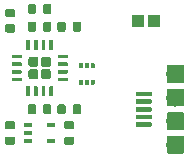
<source format=gbr>
G04 #@! TF.GenerationSoftware,KiCad,Pcbnew,5.1.0-060a0da~80~ubuntu18.04.1*
G04 #@! TF.CreationDate,2019-04-03T19:32:02+02:00*
G04 #@! TF.ProjectId,mav_sbus_bridge,6d61765f-7362-4757-935f-627269646765,rev?*
G04 #@! TF.SameCoordinates,Original*
G04 #@! TF.FileFunction,Paste,Top*
G04 #@! TF.FilePolarity,Positive*
%FSLAX46Y46*%
G04 Gerber Fmt 4.6, Leading zero omitted, Abs format (unit mm)*
G04 Created by KiCad (PCBNEW 5.1.0-060a0da~80~ubuntu18.04.1) date 2019-04-03 19:32:02*
%MOMM*%
%LPD*%
G04 APERTURE LIST*
%ADD10C,0.100000*%
%ADD11C,0.400000*%
%ADD12C,1.500000*%
%ADD13C,0.300000*%
%ADD14C,0.850000*%
%ADD15R,0.650000X0.400000*%
%ADD16C,0.700000*%
%ADD17R,1.000000X1.000000*%
G04 APERTURE END LIST*
D10*
G36*
X155884802Y-109100482D02*
G01*
X155894509Y-109101921D01*
X155904028Y-109104306D01*
X155913268Y-109107612D01*
X155922140Y-109111808D01*
X155930557Y-109116853D01*
X155938439Y-109122699D01*
X155945711Y-109129289D01*
X155952301Y-109136561D01*
X155958147Y-109144443D01*
X155963192Y-109152860D01*
X155967388Y-109161732D01*
X155970694Y-109170972D01*
X155973079Y-109180491D01*
X155974518Y-109190198D01*
X155975000Y-109200000D01*
X155975000Y-109400000D01*
X155974518Y-109409802D01*
X155973079Y-109419509D01*
X155970694Y-109429028D01*
X155967388Y-109438268D01*
X155963192Y-109447140D01*
X155958147Y-109455557D01*
X155952301Y-109463439D01*
X155945711Y-109470711D01*
X155938439Y-109477301D01*
X155930557Y-109483147D01*
X155922140Y-109488192D01*
X155913268Y-109492388D01*
X155904028Y-109495694D01*
X155894509Y-109498079D01*
X155884802Y-109499518D01*
X155875000Y-109500000D01*
X154725000Y-109500000D01*
X154715198Y-109499518D01*
X154705491Y-109498079D01*
X154695972Y-109495694D01*
X154686732Y-109492388D01*
X154677860Y-109488192D01*
X154669443Y-109483147D01*
X154661561Y-109477301D01*
X154654289Y-109470711D01*
X154647699Y-109463439D01*
X154641853Y-109455557D01*
X154636808Y-109447140D01*
X154632612Y-109438268D01*
X154629306Y-109429028D01*
X154626921Y-109419509D01*
X154625482Y-109409802D01*
X154625000Y-109400000D01*
X154625000Y-109200000D01*
X154625482Y-109190198D01*
X154626921Y-109180491D01*
X154629306Y-109170972D01*
X154632612Y-109161732D01*
X154636808Y-109152860D01*
X154641853Y-109144443D01*
X154647699Y-109136561D01*
X154654289Y-109129289D01*
X154661561Y-109122699D01*
X154669443Y-109116853D01*
X154677860Y-109111808D01*
X154686732Y-109107612D01*
X154695972Y-109104306D01*
X154705491Y-109101921D01*
X154715198Y-109100482D01*
X154725000Y-109100000D01*
X155875000Y-109100000D01*
X155884802Y-109100482D01*
X155884802Y-109100482D01*
G37*
D11*
X155300000Y-109300000D03*
D10*
G36*
X155884802Y-108450482D02*
G01*
X155894509Y-108451921D01*
X155904028Y-108454306D01*
X155913268Y-108457612D01*
X155922140Y-108461808D01*
X155930557Y-108466853D01*
X155938439Y-108472699D01*
X155945711Y-108479289D01*
X155952301Y-108486561D01*
X155958147Y-108494443D01*
X155963192Y-108502860D01*
X155967388Y-108511732D01*
X155970694Y-108520972D01*
X155973079Y-108530491D01*
X155974518Y-108540198D01*
X155975000Y-108550000D01*
X155975000Y-108750000D01*
X155974518Y-108759802D01*
X155973079Y-108769509D01*
X155970694Y-108779028D01*
X155967388Y-108788268D01*
X155963192Y-108797140D01*
X155958147Y-108805557D01*
X155952301Y-108813439D01*
X155945711Y-108820711D01*
X155938439Y-108827301D01*
X155930557Y-108833147D01*
X155922140Y-108838192D01*
X155913268Y-108842388D01*
X155904028Y-108845694D01*
X155894509Y-108848079D01*
X155884802Y-108849518D01*
X155875000Y-108850000D01*
X154725000Y-108850000D01*
X154715198Y-108849518D01*
X154705491Y-108848079D01*
X154695972Y-108845694D01*
X154686732Y-108842388D01*
X154677860Y-108838192D01*
X154669443Y-108833147D01*
X154661561Y-108827301D01*
X154654289Y-108820711D01*
X154647699Y-108813439D01*
X154641853Y-108805557D01*
X154636808Y-108797140D01*
X154632612Y-108788268D01*
X154629306Y-108779028D01*
X154626921Y-108769509D01*
X154625482Y-108759802D01*
X154625000Y-108750000D01*
X154625000Y-108550000D01*
X154625482Y-108540198D01*
X154626921Y-108530491D01*
X154629306Y-108520972D01*
X154632612Y-108511732D01*
X154636808Y-108502860D01*
X154641853Y-108494443D01*
X154647699Y-108486561D01*
X154654289Y-108479289D01*
X154661561Y-108472699D01*
X154669443Y-108466853D01*
X154677860Y-108461808D01*
X154686732Y-108457612D01*
X154695972Y-108454306D01*
X154705491Y-108451921D01*
X154715198Y-108450482D01*
X154725000Y-108450000D01*
X155875000Y-108450000D01*
X155884802Y-108450482D01*
X155884802Y-108450482D01*
G37*
D11*
X155300000Y-108650000D03*
D10*
G36*
X155884802Y-107800482D02*
G01*
X155894509Y-107801921D01*
X155904028Y-107804306D01*
X155913268Y-107807612D01*
X155922140Y-107811808D01*
X155930557Y-107816853D01*
X155938439Y-107822699D01*
X155945711Y-107829289D01*
X155952301Y-107836561D01*
X155958147Y-107844443D01*
X155963192Y-107852860D01*
X155967388Y-107861732D01*
X155970694Y-107870972D01*
X155973079Y-107880491D01*
X155974518Y-107890198D01*
X155975000Y-107900000D01*
X155975000Y-108100000D01*
X155974518Y-108109802D01*
X155973079Y-108119509D01*
X155970694Y-108129028D01*
X155967388Y-108138268D01*
X155963192Y-108147140D01*
X155958147Y-108155557D01*
X155952301Y-108163439D01*
X155945711Y-108170711D01*
X155938439Y-108177301D01*
X155930557Y-108183147D01*
X155922140Y-108188192D01*
X155913268Y-108192388D01*
X155904028Y-108195694D01*
X155894509Y-108198079D01*
X155884802Y-108199518D01*
X155875000Y-108200000D01*
X154725000Y-108200000D01*
X154715198Y-108199518D01*
X154705491Y-108198079D01*
X154695972Y-108195694D01*
X154686732Y-108192388D01*
X154677860Y-108188192D01*
X154669443Y-108183147D01*
X154661561Y-108177301D01*
X154654289Y-108170711D01*
X154647699Y-108163439D01*
X154641853Y-108155557D01*
X154636808Y-108147140D01*
X154632612Y-108138268D01*
X154629306Y-108129028D01*
X154626921Y-108119509D01*
X154625482Y-108109802D01*
X154625000Y-108100000D01*
X154625000Y-107900000D01*
X154625482Y-107890198D01*
X154626921Y-107880491D01*
X154629306Y-107870972D01*
X154632612Y-107861732D01*
X154636808Y-107852860D01*
X154641853Y-107844443D01*
X154647699Y-107836561D01*
X154654289Y-107829289D01*
X154661561Y-107822699D01*
X154669443Y-107816853D01*
X154677860Y-107811808D01*
X154686732Y-107807612D01*
X154695972Y-107804306D01*
X154705491Y-107801921D01*
X154715198Y-107800482D01*
X154725000Y-107800000D01*
X155875000Y-107800000D01*
X155884802Y-107800482D01*
X155884802Y-107800482D01*
G37*
D11*
X155300000Y-108000000D03*
D10*
G36*
X155884802Y-107150482D02*
G01*
X155894509Y-107151921D01*
X155904028Y-107154306D01*
X155913268Y-107157612D01*
X155922140Y-107161808D01*
X155930557Y-107166853D01*
X155938439Y-107172699D01*
X155945711Y-107179289D01*
X155952301Y-107186561D01*
X155958147Y-107194443D01*
X155963192Y-107202860D01*
X155967388Y-107211732D01*
X155970694Y-107220972D01*
X155973079Y-107230491D01*
X155974518Y-107240198D01*
X155975000Y-107250000D01*
X155975000Y-107450000D01*
X155974518Y-107459802D01*
X155973079Y-107469509D01*
X155970694Y-107479028D01*
X155967388Y-107488268D01*
X155963192Y-107497140D01*
X155958147Y-107505557D01*
X155952301Y-107513439D01*
X155945711Y-107520711D01*
X155938439Y-107527301D01*
X155930557Y-107533147D01*
X155922140Y-107538192D01*
X155913268Y-107542388D01*
X155904028Y-107545694D01*
X155894509Y-107548079D01*
X155884802Y-107549518D01*
X155875000Y-107550000D01*
X154725000Y-107550000D01*
X154715198Y-107549518D01*
X154705491Y-107548079D01*
X154695972Y-107545694D01*
X154686732Y-107542388D01*
X154677860Y-107538192D01*
X154669443Y-107533147D01*
X154661561Y-107527301D01*
X154654289Y-107520711D01*
X154647699Y-107513439D01*
X154641853Y-107505557D01*
X154636808Y-107497140D01*
X154632612Y-107488268D01*
X154629306Y-107479028D01*
X154626921Y-107469509D01*
X154625482Y-107459802D01*
X154625000Y-107450000D01*
X154625000Y-107250000D01*
X154625482Y-107240198D01*
X154626921Y-107230491D01*
X154629306Y-107220972D01*
X154632612Y-107211732D01*
X154636808Y-107202860D01*
X154641853Y-107194443D01*
X154647699Y-107186561D01*
X154654289Y-107179289D01*
X154661561Y-107172699D01*
X154669443Y-107166853D01*
X154677860Y-107161808D01*
X154686732Y-107157612D01*
X154695972Y-107154306D01*
X154705491Y-107151921D01*
X154715198Y-107150482D01*
X154725000Y-107150000D01*
X155875000Y-107150000D01*
X155884802Y-107150482D01*
X155884802Y-107150482D01*
G37*
D11*
X155300000Y-107350000D03*
D10*
G36*
X155884802Y-106500482D02*
G01*
X155894509Y-106501921D01*
X155904028Y-106504306D01*
X155913268Y-106507612D01*
X155922140Y-106511808D01*
X155930557Y-106516853D01*
X155938439Y-106522699D01*
X155945711Y-106529289D01*
X155952301Y-106536561D01*
X155958147Y-106544443D01*
X155963192Y-106552860D01*
X155967388Y-106561732D01*
X155970694Y-106570972D01*
X155973079Y-106580491D01*
X155974518Y-106590198D01*
X155975000Y-106600000D01*
X155975000Y-106800000D01*
X155974518Y-106809802D01*
X155973079Y-106819509D01*
X155970694Y-106829028D01*
X155967388Y-106838268D01*
X155963192Y-106847140D01*
X155958147Y-106855557D01*
X155952301Y-106863439D01*
X155945711Y-106870711D01*
X155938439Y-106877301D01*
X155930557Y-106883147D01*
X155922140Y-106888192D01*
X155913268Y-106892388D01*
X155904028Y-106895694D01*
X155894509Y-106898079D01*
X155884802Y-106899518D01*
X155875000Y-106900000D01*
X154725000Y-106900000D01*
X154715198Y-106899518D01*
X154705491Y-106898079D01*
X154695972Y-106895694D01*
X154686732Y-106892388D01*
X154677860Y-106888192D01*
X154669443Y-106883147D01*
X154661561Y-106877301D01*
X154654289Y-106870711D01*
X154647699Y-106863439D01*
X154641853Y-106855557D01*
X154636808Y-106847140D01*
X154632612Y-106838268D01*
X154629306Y-106829028D01*
X154626921Y-106819509D01*
X154625482Y-106809802D01*
X154625000Y-106800000D01*
X154625000Y-106600000D01*
X154625482Y-106590198D01*
X154626921Y-106580491D01*
X154629306Y-106570972D01*
X154632612Y-106561732D01*
X154636808Y-106552860D01*
X154641853Y-106544443D01*
X154647699Y-106536561D01*
X154654289Y-106529289D01*
X154661561Y-106522699D01*
X154669443Y-106516853D01*
X154677860Y-106511808D01*
X154686732Y-106507612D01*
X154695972Y-106504306D01*
X154705491Y-106501921D01*
X154715198Y-106500482D01*
X154725000Y-106500000D01*
X155875000Y-106500000D01*
X155884802Y-106500482D01*
X155884802Y-106500482D01*
G37*
D11*
X155300000Y-106700000D03*
D10*
G36*
X158614703Y-106250722D02*
G01*
X158629264Y-106252882D01*
X158643543Y-106256459D01*
X158657403Y-106261418D01*
X158670710Y-106267712D01*
X158683336Y-106275280D01*
X158695159Y-106284048D01*
X158706066Y-106293934D01*
X158715952Y-106304841D01*
X158724720Y-106316664D01*
X158732288Y-106329290D01*
X158738582Y-106342597D01*
X158743541Y-106356457D01*
X158747118Y-106370736D01*
X158749278Y-106385297D01*
X158750000Y-106400000D01*
X158750000Y-107600000D01*
X158749278Y-107614703D01*
X158747118Y-107629264D01*
X158743541Y-107643543D01*
X158738582Y-107657403D01*
X158732288Y-107670710D01*
X158724720Y-107683336D01*
X158715952Y-107695159D01*
X158706066Y-107706066D01*
X158695159Y-107715952D01*
X158683336Y-107724720D01*
X158670710Y-107732288D01*
X158657403Y-107738582D01*
X158643543Y-107743541D01*
X158629264Y-107747118D01*
X158614703Y-107749278D01*
X158600000Y-107750000D01*
X157400000Y-107750000D01*
X157385297Y-107749278D01*
X157370736Y-107747118D01*
X157356457Y-107743541D01*
X157342597Y-107738582D01*
X157329290Y-107732288D01*
X157316664Y-107724720D01*
X157304841Y-107715952D01*
X157293934Y-107706066D01*
X157284048Y-107695159D01*
X157275280Y-107683336D01*
X157267712Y-107670710D01*
X157261418Y-107657403D01*
X157256459Y-107643543D01*
X157252882Y-107629264D01*
X157250722Y-107614703D01*
X157250000Y-107600000D01*
X157250000Y-106400000D01*
X157250722Y-106385297D01*
X157252882Y-106370736D01*
X157256459Y-106356457D01*
X157261418Y-106342597D01*
X157267712Y-106329290D01*
X157275280Y-106316664D01*
X157284048Y-106304841D01*
X157293934Y-106293934D01*
X157304841Y-106284048D01*
X157316664Y-106275280D01*
X157329290Y-106267712D01*
X157342597Y-106261418D01*
X157356457Y-106256459D01*
X157370736Y-106252882D01*
X157385297Y-106250722D01*
X157400000Y-106250000D01*
X158600000Y-106250000D01*
X158614703Y-106250722D01*
X158614703Y-106250722D01*
G37*
D12*
X158000000Y-107000000D03*
D10*
G36*
X158614703Y-108250722D02*
G01*
X158629264Y-108252882D01*
X158643543Y-108256459D01*
X158657403Y-108261418D01*
X158670710Y-108267712D01*
X158683336Y-108275280D01*
X158695159Y-108284048D01*
X158706066Y-108293934D01*
X158715952Y-108304841D01*
X158724720Y-108316664D01*
X158732288Y-108329290D01*
X158738582Y-108342597D01*
X158743541Y-108356457D01*
X158747118Y-108370736D01*
X158749278Y-108385297D01*
X158750000Y-108400000D01*
X158750000Y-109600000D01*
X158749278Y-109614703D01*
X158747118Y-109629264D01*
X158743541Y-109643543D01*
X158738582Y-109657403D01*
X158732288Y-109670710D01*
X158724720Y-109683336D01*
X158715952Y-109695159D01*
X158706066Y-109706066D01*
X158695159Y-109715952D01*
X158683336Y-109724720D01*
X158670710Y-109732288D01*
X158657403Y-109738582D01*
X158643543Y-109743541D01*
X158629264Y-109747118D01*
X158614703Y-109749278D01*
X158600000Y-109750000D01*
X157400000Y-109750000D01*
X157385297Y-109749278D01*
X157370736Y-109747118D01*
X157356457Y-109743541D01*
X157342597Y-109738582D01*
X157329290Y-109732288D01*
X157316664Y-109724720D01*
X157304841Y-109715952D01*
X157293934Y-109706066D01*
X157284048Y-109695159D01*
X157275280Y-109683336D01*
X157267712Y-109670710D01*
X157261418Y-109657403D01*
X157256459Y-109643543D01*
X157252882Y-109629264D01*
X157250722Y-109614703D01*
X157250000Y-109600000D01*
X157250000Y-108400000D01*
X157250722Y-108385297D01*
X157252882Y-108370736D01*
X157256459Y-108356457D01*
X157261418Y-108342597D01*
X157267712Y-108329290D01*
X157275280Y-108316664D01*
X157284048Y-108304841D01*
X157293934Y-108293934D01*
X157304841Y-108284048D01*
X157316664Y-108275280D01*
X157329290Y-108267712D01*
X157342597Y-108261418D01*
X157356457Y-108256459D01*
X157370736Y-108252882D01*
X157385297Y-108250722D01*
X157400000Y-108250000D01*
X158600000Y-108250000D01*
X158614703Y-108250722D01*
X158614703Y-108250722D01*
G37*
D12*
X158000000Y-109000000D03*
D10*
G36*
X158614703Y-104250722D02*
G01*
X158629264Y-104252882D01*
X158643543Y-104256459D01*
X158657403Y-104261418D01*
X158670710Y-104267712D01*
X158683336Y-104275280D01*
X158695159Y-104284048D01*
X158706066Y-104293934D01*
X158715952Y-104304841D01*
X158724720Y-104316664D01*
X158732288Y-104329290D01*
X158738582Y-104342597D01*
X158743541Y-104356457D01*
X158747118Y-104370736D01*
X158749278Y-104385297D01*
X158750000Y-104400000D01*
X158750000Y-105600000D01*
X158749278Y-105614703D01*
X158747118Y-105629264D01*
X158743541Y-105643543D01*
X158738582Y-105657403D01*
X158732288Y-105670710D01*
X158724720Y-105683336D01*
X158715952Y-105695159D01*
X158706066Y-105706066D01*
X158695159Y-105715952D01*
X158683336Y-105724720D01*
X158670710Y-105732288D01*
X158657403Y-105738582D01*
X158643543Y-105743541D01*
X158629264Y-105747118D01*
X158614703Y-105749278D01*
X158600000Y-105750000D01*
X157400000Y-105750000D01*
X157385297Y-105749278D01*
X157370736Y-105747118D01*
X157356457Y-105743541D01*
X157342597Y-105738582D01*
X157329290Y-105732288D01*
X157316664Y-105724720D01*
X157304841Y-105715952D01*
X157293934Y-105706066D01*
X157284048Y-105695159D01*
X157275280Y-105683336D01*
X157267712Y-105670710D01*
X157261418Y-105657403D01*
X157256459Y-105643543D01*
X157252882Y-105629264D01*
X157250722Y-105614703D01*
X157250000Y-105600000D01*
X157250000Y-104400000D01*
X157250722Y-104385297D01*
X157252882Y-104370736D01*
X157256459Y-104356457D01*
X157261418Y-104342597D01*
X157267712Y-104329290D01*
X157275280Y-104316664D01*
X157284048Y-104304841D01*
X157293934Y-104293934D01*
X157304841Y-104284048D01*
X157316664Y-104275280D01*
X157329290Y-104267712D01*
X157342597Y-104261418D01*
X157356457Y-104256459D01*
X157370736Y-104252882D01*
X157385297Y-104250722D01*
X157400000Y-104250000D01*
X158600000Y-104250000D01*
X158614703Y-104250722D01*
X158614703Y-104250722D01*
G37*
D12*
X158000000Y-105000000D03*
D10*
G36*
X158614703Y-110250722D02*
G01*
X158629264Y-110252882D01*
X158643543Y-110256459D01*
X158657403Y-110261418D01*
X158670710Y-110267712D01*
X158683336Y-110275280D01*
X158695159Y-110284048D01*
X158706066Y-110293934D01*
X158715952Y-110304841D01*
X158724720Y-110316664D01*
X158732288Y-110329290D01*
X158738582Y-110342597D01*
X158743541Y-110356457D01*
X158747118Y-110370736D01*
X158749278Y-110385297D01*
X158750000Y-110400000D01*
X158750000Y-111600000D01*
X158749278Y-111614703D01*
X158747118Y-111629264D01*
X158743541Y-111643543D01*
X158738582Y-111657403D01*
X158732288Y-111670710D01*
X158724720Y-111683336D01*
X158715952Y-111695159D01*
X158706066Y-111706066D01*
X158695159Y-111715952D01*
X158683336Y-111724720D01*
X158670710Y-111732288D01*
X158657403Y-111738582D01*
X158643543Y-111743541D01*
X158629264Y-111747118D01*
X158614703Y-111749278D01*
X158600000Y-111750000D01*
X157400000Y-111750000D01*
X157385297Y-111749278D01*
X157370736Y-111747118D01*
X157356457Y-111743541D01*
X157342597Y-111738582D01*
X157329290Y-111732288D01*
X157316664Y-111724720D01*
X157304841Y-111715952D01*
X157293934Y-111706066D01*
X157284048Y-111695159D01*
X157275280Y-111683336D01*
X157267712Y-111670710D01*
X157261418Y-111657403D01*
X157256459Y-111643543D01*
X157252882Y-111629264D01*
X157250722Y-111614703D01*
X157250000Y-111600000D01*
X157250000Y-110400000D01*
X157250722Y-110385297D01*
X157252882Y-110370736D01*
X157256459Y-110356457D01*
X157261418Y-110342597D01*
X157267712Y-110329290D01*
X157275280Y-110316664D01*
X157284048Y-110304841D01*
X157293934Y-110293934D01*
X157304841Y-110284048D01*
X157316664Y-110275280D01*
X157329290Y-110267712D01*
X157342597Y-110261418D01*
X157356457Y-110256459D01*
X157370736Y-110252882D01*
X157385297Y-110250722D01*
X157400000Y-110250000D01*
X158600000Y-110250000D01*
X158614703Y-110250722D01*
X158614703Y-110250722D01*
G37*
D12*
X158000000Y-111000000D03*
D10*
G36*
X144907351Y-105325361D02*
G01*
X144914632Y-105326441D01*
X144921771Y-105328229D01*
X144928701Y-105330709D01*
X144935355Y-105333856D01*
X144941668Y-105337640D01*
X144947579Y-105342024D01*
X144953033Y-105346967D01*
X144957976Y-105352421D01*
X144962360Y-105358332D01*
X144966144Y-105364645D01*
X144969291Y-105371299D01*
X144971771Y-105378229D01*
X144973559Y-105385368D01*
X144974639Y-105392649D01*
X144975000Y-105400000D01*
X144975000Y-105550000D01*
X144974639Y-105557351D01*
X144973559Y-105564632D01*
X144971771Y-105571771D01*
X144969291Y-105578701D01*
X144966144Y-105585355D01*
X144962360Y-105591668D01*
X144957976Y-105597579D01*
X144953033Y-105603033D01*
X144947579Y-105607976D01*
X144941668Y-105612360D01*
X144935355Y-105616144D01*
X144928701Y-105619291D01*
X144921771Y-105621771D01*
X144914632Y-105623559D01*
X144907351Y-105624639D01*
X144900000Y-105625000D01*
X144200000Y-105625000D01*
X144192649Y-105624639D01*
X144185368Y-105623559D01*
X144178229Y-105621771D01*
X144171299Y-105619291D01*
X144164645Y-105616144D01*
X144158332Y-105612360D01*
X144152421Y-105607976D01*
X144146967Y-105603033D01*
X144142024Y-105597579D01*
X144137640Y-105591668D01*
X144133856Y-105585355D01*
X144130709Y-105578701D01*
X144128229Y-105571771D01*
X144126441Y-105564632D01*
X144125361Y-105557351D01*
X144125000Y-105550000D01*
X144125000Y-105400000D01*
X144125361Y-105392649D01*
X144126441Y-105385368D01*
X144128229Y-105378229D01*
X144130709Y-105371299D01*
X144133856Y-105364645D01*
X144137640Y-105358332D01*
X144142024Y-105352421D01*
X144146967Y-105346967D01*
X144152421Y-105342024D01*
X144158332Y-105337640D01*
X144164645Y-105333856D01*
X144171299Y-105330709D01*
X144178229Y-105328229D01*
X144185368Y-105326441D01*
X144192649Y-105325361D01*
X144200000Y-105325000D01*
X144900000Y-105325000D01*
X144907351Y-105325361D01*
X144907351Y-105325361D01*
G37*
D13*
X144550000Y-105475000D03*
D10*
G36*
X144907351Y-104675361D02*
G01*
X144914632Y-104676441D01*
X144921771Y-104678229D01*
X144928701Y-104680709D01*
X144935355Y-104683856D01*
X144941668Y-104687640D01*
X144947579Y-104692024D01*
X144953033Y-104696967D01*
X144957976Y-104702421D01*
X144962360Y-104708332D01*
X144966144Y-104714645D01*
X144969291Y-104721299D01*
X144971771Y-104728229D01*
X144973559Y-104735368D01*
X144974639Y-104742649D01*
X144975000Y-104750000D01*
X144975000Y-104900000D01*
X144974639Y-104907351D01*
X144973559Y-104914632D01*
X144971771Y-104921771D01*
X144969291Y-104928701D01*
X144966144Y-104935355D01*
X144962360Y-104941668D01*
X144957976Y-104947579D01*
X144953033Y-104953033D01*
X144947579Y-104957976D01*
X144941668Y-104962360D01*
X144935355Y-104966144D01*
X144928701Y-104969291D01*
X144921771Y-104971771D01*
X144914632Y-104973559D01*
X144907351Y-104974639D01*
X144900000Y-104975000D01*
X144200000Y-104975000D01*
X144192649Y-104974639D01*
X144185368Y-104973559D01*
X144178229Y-104971771D01*
X144171299Y-104969291D01*
X144164645Y-104966144D01*
X144158332Y-104962360D01*
X144152421Y-104957976D01*
X144146967Y-104953033D01*
X144142024Y-104947579D01*
X144137640Y-104941668D01*
X144133856Y-104935355D01*
X144130709Y-104928701D01*
X144128229Y-104921771D01*
X144126441Y-104914632D01*
X144125361Y-104907351D01*
X144125000Y-104900000D01*
X144125000Y-104750000D01*
X144125361Y-104742649D01*
X144126441Y-104735368D01*
X144128229Y-104728229D01*
X144130709Y-104721299D01*
X144133856Y-104714645D01*
X144137640Y-104708332D01*
X144142024Y-104702421D01*
X144146967Y-104696967D01*
X144152421Y-104692024D01*
X144158332Y-104687640D01*
X144164645Y-104683856D01*
X144171299Y-104680709D01*
X144178229Y-104678229D01*
X144185368Y-104676441D01*
X144192649Y-104675361D01*
X144200000Y-104675000D01*
X144900000Y-104675000D01*
X144907351Y-104675361D01*
X144907351Y-104675361D01*
G37*
D13*
X144550000Y-104825000D03*
D10*
G36*
X144907351Y-104025361D02*
G01*
X144914632Y-104026441D01*
X144921771Y-104028229D01*
X144928701Y-104030709D01*
X144935355Y-104033856D01*
X144941668Y-104037640D01*
X144947579Y-104042024D01*
X144953033Y-104046967D01*
X144957976Y-104052421D01*
X144962360Y-104058332D01*
X144966144Y-104064645D01*
X144969291Y-104071299D01*
X144971771Y-104078229D01*
X144973559Y-104085368D01*
X144974639Y-104092649D01*
X144975000Y-104100000D01*
X144975000Y-104250000D01*
X144974639Y-104257351D01*
X144973559Y-104264632D01*
X144971771Y-104271771D01*
X144969291Y-104278701D01*
X144966144Y-104285355D01*
X144962360Y-104291668D01*
X144957976Y-104297579D01*
X144953033Y-104303033D01*
X144947579Y-104307976D01*
X144941668Y-104312360D01*
X144935355Y-104316144D01*
X144928701Y-104319291D01*
X144921771Y-104321771D01*
X144914632Y-104323559D01*
X144907351Y-104324639D01*
X144900000Y-104325000D01*
X144200000Y-104325000D01*
X144192649Y-104324639D01*
X144185368Y-104323559D01*
X144178229Y-104321771D01*
X144171299Y-104319291D01*
X144164645Y-104316144D01*
X144158332Y-104312360D01*
X144152421Y-104307976D01*
X144146967Y-104303033D01*
X144142024Y-104297579D01*
X144137640Y-104291668D01*
X144133856Y-104285355D01*
X144130709Y-104278701D01*
X144128229Y-104271771D01*
X144126441Y-104264632D01*
X144125361Y-104257351D01*
X144125000Y-104250000D01*
X144125000Y-104100000D01*
X144125361Y-104092649D01*
X144126441Y-104085368D01*
X144128229Y-104078229D01*
X144130709Y-104071299D01*
X144133856Y-104064645D01*
X144137640Y-104058332D01*
X144142024Y-104052421D01*
X144146967Y-104046967D01*
X144152421Y-104042024D01*
X144158332Y-104037640D01*
X144164645Y-104033856D01*
X144171299Y-104030709D01*
X144178229Y-104028229D01*
X144185368Y-104026441D01*
X144192649Y-104025361D01*
X144200000Y-104025000D01*
X144900000Y-104025000D01*
X144907351Y-104025361D01*
X144907351Y-104025361D01*
G37*
D13*
X144550000Y-104175000D03*
D10*
G36*
X144907351Y-103375361D02*
G01*
X144914632Y-103376441D01*
X144921771Y-103378229D01*
X144928701Y-103380709D01*
X144935355Y-103383856D01*
X144941668Y-103387640D01*
X144947579Y-103392024D01*
X144953033Y-103396967D01*
X144957976Y-103402421D01*
X144962360Y-103408332D01*
X144966144Y-103414645D01*
X144969291Y-103421299D01*
X144971771Y-103428229D01*
X144973559Y-103435368D01*
X144974639Y-103442649D01*
X144975000Y-103450000D01*
X144975000Y-103600000D01*
X144974639Y-103607351D01*
X144973559Y-103614632D01*
X144971771Y-103621771D01*
X144969291Y-103628701D01*
X144966144Y-103635355D01*
X144962360Y-103641668D01*
X144957976Y-103647579D01*
X144953033Y-103653033D01*
X144947579Y-103657976D01*
X144941668Y-103662360D01*
X144935355Y-103666144D01*
X144928701Y-103669291D01*
X144921771Y-103671771D01*
X144914632Y-103673559D01*
X144907351Y-103674639D01*
X144900000Y-103675000D01*
X144200000Y-103675000D01*
X144192649Y-103674639D01*
X144185368Y-103673559D01*
X144178229Y-103671771D01*
X144171299Y-103669291D01*
X144164645Y-103666144D01*
X144158332Y-103662360D01*
X144152421Y-103657976D01*
X144146967Y-103653033D01*
X144142024Y-103647579D01*
X144137640Y-103641668D01*
X144133856Y-103635355D01*
X144130709Y-103628701D01*
X144128229Y-103621771D01*
X144126441Y-103614632D01*
X144125361Y-103607351D01*
X144125000Y-103600000D01*
X144125000Y-103450000D01*
X144125361Y-103442649D01*
X144126441Y-103435368D01*
X144128229Y-103428229D01*
X144130709Y-103421299D01*
X144133856Y-103414645D01*
X144137640Y-103408332D01*
X144142024Y-103402421D01*
X144146967Y-103396967D01*
X144152421Y-103392024D01*
X144158332Y-103387640D01*
X144164645Y-103383856D01*
X144171299Y-103380709D01*
X144178229Y-103378229D01*
X144185368Y-103376441D01*
X144192649Y-103375361D01*
X144200000Y-103375000D01*
X144900000Y-103375000D01*
X144907351Y-103375361D01*
X144907351Y-103375361D01*
G37*
D13*
X144550000Y-103525000D03*
D10*
G36*
X145607351Y-102125361D02*
G01*
X145614632Y-102126441D01*
X145621771Y-102128229D01*
X145628701Y-102130709D01*
X145635355Y-102133856D01*
X145641668Y-102137640D01*
X145647579Y-102142024D01*
X145653033Y-102146967D01*
X145657976Y-102152421D01*
X145662360Y-102158332D01*
X145666144Y-102164645D01*
X145669291Y-102171299D01*
X145671771Y-102178229D01*
X145673559Y-102185368D01*
X145674639Y-102192649D01*
X145675000Y-102200000D01*
X145675000Y-102900000D01*
X145674639Y-102907351D01*
X145673559Y-102914632D01*
X145671771Y-102921771D01*
X145669291Y-102928701D01*
X145666144Y-102935355D01*
X145662360Y-102941668D01*
X145657976Y-102947579D01*
X145653033Y-102953033D01*
X145647579Y-102957976D01*
X145641668Y-102962360D01*
X145635355Y-102966144D01*
X145628701Y-102969291D01*
X145621771Y-102971771D01*
X145614632Y-102973559D01*
X145607351Y-102974639D01*
X145600000Y-102975000D01*
X145450000Y-102975000D01*
X145442649Y-102974639D01*
X145435368Y-102973559D01*
X145428229Y-102971771D01*
X145421299Y-102969291D01*
X145414645Y-102966144D01*
X145408332Y-102962360D01*
X145402421Y-102957976D01*
X145396967Y-102953033D01*
X145392024Y-102947579D01*
X145387640Y-102941668D01*
X145383856Y-102935355D01*
X145380709Y-102928701D01*
X145378229Y-102921771D01*
X145376441Y-102914632D01*
X145375361Y-102907351D01*
X145375000Y-102900000D01*
X145375000Y-102200000D01*
X145375361Y-102192649D01*
X145376441Y-102185368D01*
X145378229Y-102178229D01*
X145380709Y-102171299D01*
X145383856Y-102164645D01*
X145387640Y-102158332D01*
X145392024Y-102152421D01*
X145396967Y-102146967D01*
X145402421Y-102142024D01*
X145408332Y-102137640D01*
X145414645Y-102133856D01*
X145421299Y-102130709D01*
X145428229Y-102128229D01*
X145435368Y-102126441D01*
X145442649Y-102125361D01*
X145450000Y-102125000D01*
X145600000Y-102125000D01*
X145607351Y-102125361D01*
X145607351Y-102125361D01*
G37*
D13*
X145525000Y-102550000D03*
D10*
G36*
X146257351Y-102125361D02*
G01*
X146264632Y-102126441D01*
X146271771Y-102128229D01*
X146278701Y-102130709D01*
X146285355Y-102133856D01*
X146291668Y-102137640D01*
X146297579Y-102142024D01*
X146303033Y-102146967D01*
X146307976Y-102152421D01*
X146312360Y-102158332D01*
X146316144Y-102164645D01*
X146319291Y-102171299D01*
X146321771Y-102178229D01*
X146323559Y-102185368D01*
X146324639Y-102192649D01*
X146325000Y-102200000D01*
X146325000Y-102900000D01*
X146324639Y-102907351D01*
X146323559Y-102914632D01*
X146321771Y-102921771D01*
X146319291Y-102928701D01*
X146316144Y-102935355D01*
X146312360Y-102941668D01*
X146307976Y-102947579D01*
X146303033Y-102953033D01*
X146297579Y-102957976D01*
X146291668Y-102962360D01*
X146285355Y-102966144D01*
X146278701Y-102969291D01*
X146271771Y-102971771D01*
X146264632Y-102973559D01*
X146257351Y-102974639D01*
X146250000Y-102975000D01*
X146100000Y-102975000D01*
X146092649Y-102974639D01*
X146085368Y-102973559D01*
X146078229Y-102971771D01*
X146071299Y-102969291D01*
X146064645Y-102966144D01*
X146058332Y-102962360D01*
X146052421Y-102957976D01*
X146046967Y-102953033D01*
X146042024Y-102947579D01*
X146037640Y-102941668D01*
X146033856Y-102935355D01*
X146030709Y-102928701D01*
X146028229Y-102921771D01*
X146026441Y-102914632D01*
X146025361Y-102907351D01*
X146025000Y-102900000D01*
X146025000Y-102200000D01*
X146025361Y-102192649D01*
X146026441Y-102185368D01*
X146028229Y-102178229D01*
X146030709Y-102171299D01*
X146033856Y-102164645D01*
X146037640Y-102158332D01*
X146042024Y-102152421D01*
X146046967Y-102146967D01*
X146052421Y-102142024D01*
X146058332Y-102137640D01*
X146064645Y-102133856D01*
X146071299Y-102130709D01*
X146078229Y-102128229D01*
X146085368Y-102126441D01*
X146092649Y-102125361D01*
X146100000Y-102125000D01*
X146250000Y-102125000D01*
X146257351Y-102125361D01*
X146257351Y-102125361D01*
G37*
D13*
X146175000Y-102550000D03*
D10*
G36*
X146907351Y-102125361D02*
G01*
X146914632Y-102126441D01*
X146921771Y-102128229D01*
X146928701Y-102130709D01*
X146935355Y-102133856D01*
X146941668Y-102137640D01*
X146947579Y-102142024D01*
X146953033Y-102146967D01*
X146957976Y-102152421D01*
X146962360Y-102158332D01*
X146966144Y-102164645D01*
X146969291Y-102171299D01*
X146971771Y-102178229D01*
X146973559Y-102185368D01*
X146974639Y-102192649D01*
X146975000Y-102200000D01*
X146975000Y-102900000D01*
X146974639Y-102907351D01*
X146973559Y-102914632D01*
X146971771Y-102921771D01*
X146969291Y-102928701D01*
X146966144Y-102935355D01*
X146962360Y-102941668D01*
X146957976Y-102947579D01*
X146953033Y-102953033D01*
X146947579Y-102957976D01*
X146941668Y-102962360D01*
X146935355Y-102966144D01*
X146928701Y-102969291D01*
X146921771Y-102971771D01*
X146914632Y-102973559D01*
X146907351Y-102974639D01*
X146900000Y-102975000D01*
X146750000Y-102975000D01*
X146742649Y-102974639D01*
X146735368Y-102973559D01*
X146728229Y-102971771D01*
X146721299Y-102969291D01*
X146714645Y-102966144D01*
X146708332Y-102962360D01*
X146702421Y-102957976D01*
X146696967Y-102953033D01*
X146692024Y-102947579D01*
X146687640Y-102941668D01*
X146683856Y-102935355D01*
X146680709Y-102928701D01*
X146678229Y-102921771D01*
X146676441Y-102914632D01*
X146675361Y-102907351D01*
X146675000Y-102900000D01*
X146675000Y-102200000D01*
X146675361Y-102192649D01*
X146676441Y-102185368D01*
X146678229Y-102178229D01*
X146680709Y-102171299D01*
X146683856Y-102164645D01*
X146687640Y-102158332D01*
X146692024Y-102152421D01*
X146696967Y-102146967D01*
X146702421Y-102142024D01*
X146708332Y-102137640D01*
X146714645Y-102133856D01*
X146721299Y-102130709D01*
X146728229Y-102128229D01*
X146735368Y-102126441D01*
X146742649Y-102125361D01*
X146750000Y-102125000D01*
X146900000Y-102125000D01*
X146907351Y-102125361D01*
X146907351Y-102125361D01*
G37*
D13*
X146825000Y-102550000D03*
D10*
G36*
X147557351Y-102125361D02*
G01*
X147564632Y-102126441D01*
X147571771Y-102128229D01*
X147578701Y-102130709D01*
X147585355Y-102133856D01*
X147591668Y-102137640D01*
X147597579Y-102142024D01*
X147603033Y-102146967D01*
X147607976Y-102152421D01*
X147612360Y-102158332D01*
X147616144Y-102164645D01*
X147619291Y-102171299D01*
X147621771Y-102178229D01*
X147623559Y-102185368D01*
X147624639Y-102192649D01*
X147625000Y-102200000D01*
X147625000Y-102900000D01*
X147624639Y-102907351D01*
X147623559Y-102914632D01*
X147621771Y-102921771D01*
X147619291Y-102928701D01*
X147616144Y-102935355D01*
X147612360Y-102941668D01*
X147607976Y-102947579D01*
X147603033Y-102953033D01*
X147597579Y-102957976D01*
X147591668Y-102962360D01*
X147585355Y-102966144D01*
X147578701Y-102969291D01*
X147571771Y-102971771D01*
X147564632Y-102973559D01*
X147557351Y-102974639D01*
X147550000Y-102975000D01*
X147400000Y-102975000D01*
X147392649Y-102974639D01*
X147385368Y-102973559D01*
X147378229Y-102971771D01*
X147371299Y-102969291D01*
X147364645Y-102966144D01*
X147358332Y-102962360D01*
X147352421Y-102957976D01*
X147346967Y-102953033D01*
X147342024Y-102947579D01*
X147337640Y-102941668D01*
X147333856Y-102935355D01*
X147330709Y-102928701D01*
X147328229Y-102921771D01*
X147326441Y-102914632D01*
X147325361Y-102907351D01*
X147325000Y-102900000D01*
X147325000Y-102200000D01*
X147325361Y-102192649D01*
X147326441Y-102185368D01*
X147328229Y-102178229D01*
X147330709Y-102171299D01*
X147333856Y-102164645D01*
X147337640Y-102158332D01*
X147342024Y-102152421D01*
X147346967Y-102146967D01*
X147352421Y-102142024D01*
X147358332Y-102137640D01*
X147364645Y-102133856D01*
X147371299Y-102130709D01*
X147378229Y-102128229D01*
X147385368Y-102126441D01*
X147392649Y-102125361D01*
X147400000Y-102125000D01*
X147550000Y-102125000D01*
X147557351Y-102125361D01*
X147557351Y-102125361D01*
G37*
D13*
X147475000Y-102550000D03*
D10*
G36*
X148807351Y-103375361D02*
G01*
X148814632Y-103376441D01*
X148821771Y-103378229D01*
X148828701Y-103380709D01*
X148835355Y-103383856D01*
X148841668Y-103387640D01*
X148847579Y-103392024D01*
X148853033Y-103396967D01*
X148857976Y-103402421D01*
X148862360Y-103408332D01*
X148866144Y-103414645D01*
X148869291Y-103421299D01*
X148871771Y-103428229D01*
X148873559Y-103435368D01*
X148874639Y-103442649D01*
X148875000Y-103450000D01*
X148875000Y-103600000D01*
X148874639Y-103607351D01*
X148873559Y-103614632D01*
X148871771Y-103621771D01*
X148869291Y-103628701D01*
X148866144Y-103635355D01*
X148862360Y-103641668D01*
X148857976Y-103647579D01*
X148853033Y-103653033D01*
X148847579Y-103657976D01*
X148841668Y-103662360D01*
X148835355Y-103666144D01*
X148828701Y-103669291D01*
X148821771Y-103671771D01*
X148814632Y-103673559D01*
X148807351Y-103674639D01*
X148800000Y-103675000D01*
X148100000Y-103675000D01*
X148092649Y-103674639D01*
X148085368Y-103673559D01*
X148078229Y-103671771D01*
X148071299Y-103669291D01*
X148064645Y-103666144D01*
X148058332Y-103662360D01*
X148052421Y-103657976D01*
X148046967Y-103653033D01*
X148042024Y-103647579D01*
X148037640Y-103641668D01*
X148033856Y-103635355D01*
X148030709Y-103628701D01*
X148028229Y-103621771D01*
X148026441Y-103614632D01*
X148025361Y-103607351D01*
X148025000Y-103600000D01*
X148025000Y-103450000D01*
X148025361Y-103442649D01*
X148026441Y-103435368D01*
X148028229Y-103428229D01*
X148030709Y-103421299D01*
X148033856Y-103414645D01*
X148037640Y-103408332D01*
X148042024Y-103402421D01*
X148046967Y-103396967D01*
X148052421Y-103392024D01*
X148058332Y-103387640D01*
X148064645Y-103383856D01*
X148071299Y-103380709D01*
X148078229Y-103378229D01*
X148085368Y-103376441D01*
X148092649Y-103375361D01*
X148100000Y-103375000D01*
X148800000Y-103375000D01*
X148807351Y-103375361D01*
X148807351Y-103375361D01*
G37*
D13*
X148450000Y-103525000D03*
D10*
G36*
X148807351Y-104025361D02*
G01*
X148814632Y-104026441D01*
X148821771Y-104028229D01*
X148828701Y-104030709D01*
X148835355Y-104033856D01*
X148841668Y-104037640D01*
X148847579Y-104042024D01*
X148853033Y-104046967D01*
X148857976Y-104052421D01*
X148862360Y-104058332D01*
X148866144Y-104064645D01*
X148869291Y-104071299D01*
X148871771Y-104078229D01*
X148873559Y-104085368D01*
X148874639Y-104092649D01*
X148875000Y-104100000D01*
X148875000Y-104250000D01*
X148874639Y-104257351D01*
X148873559Y-104264632D01*
X148871771Y-104271771D01*
X148869291Y-104278701D01*
X148866144Y-104285355D01*
X148862360Y-104291668D01*
X148857976Y-104297579D01*
X148853033Y-104303033D01*
X148847579Y-104307976D01*
X148841668Y-104312360D01*
X148835355Y-104316144D01*
X148828701Y-104319291D01*
X148821771Y-104321771D01*
X148814632Y-104323559D01*
X148807351Y-104324639D01*
X148800000Y-104325000D01*
X148100000Y-104325000D01*
X148092649Y-104324639D01*
X148085368Y-104323559D01*
X148078229Y-104321771D01*
X148071299Y-104319291D01*
X148064645Y-104316144D01*
X148058332Y-104312360D01*
X148052421Y-104307976D01*
X148046967Y-104303033D01*
X148042024Y-104297579D01*
X148037640Y-104291668D01*
X148033856Y-104285355D01*
X148030709Y-104278701D01*
X148028229Y-104271771D01*
X148026441Y-104264632D01*
X148025361Y-104257351D01*
X148025000Y-104250000D01*
X148025000Y-104100000D01*
X148025361Y-104092649D01*
X148026441Y-104085368D01*
X148028229Y-104078229D01*
X148030709Y-104071299D01*
X148033856Y-104064645D01*
X148037640Y-104058332D01*
X148042024Y-104052421D01*
X148046967Y-104046967D01*
X148052421Y-104042024D01*
X148058332Y-104037640D01*
X148064645Y-104033856D01*
X148071299Y-104030709D01*
X148078229Y-104028229D01*
X148085368Y-104026441D01*
X148092649Y-104025361D01*
X148100000Y-104025000D01*
X148800000Y-104025000D01*
X148807351Y-104025361D01*
X148807351Y-104025361D01*
G37*
D13*
X148450000Y-104175000D03*
D10*
G36*
X148807351Y-104675361D02*
G01*
X148814632Y-104676441D01*
X148821771Y-104678229D01*
X148828701Y-104680709D01*
X148835355Y-104683856D01*
X148841668Y-104687640D01*
X148847579Y-104692024D01*
X148853033Y-104696967D01*
X148857976Y-104702421D01*
X148862360Y-104708332D01*
X148866144Y-104714645D01*
X148869291Y-104721299D01*
X148871771Y-104728229D01*
X148873559Y-104735368D01*
X148874639Y-104742649D01*
X148875000Y-104750000D01*
X148875000Y-104900000D01*
X148874639Y-104907351D01*
X148873559Y-104914632D01*
X148871771Y-104921771D01*
X148869291Y-104928701D01*
X148866144Y-104935355D01*
X148862360Y-104941668D01*
X148857976Y-104947579D01*
X148853033Y-104953033D01*
X148847579Y-104957976D01*
X148841668Y-104962360D01*
X148835355Y-104966144D01*
X148828701Y-104969291D01*
X148821771Y-104971771D01*
X148814632Y-104973559D01*
X148807351Y-104974639D01*
X148800000Y-104975000D01*
X148100000Y-104975000D01*
X148092649Y-104974639D01*
X148085368Y-104973559D01*
X148078229Y-104971771D01*
X148071299Y-104969291D01*
X148064645Y-104966144D01*
X148058332Y-104962360D01*
X148052421Y-104957976D01*
X148046967Y-104953033D01*
X148042024Y-104947579D01*
X148037640Y-104941668D01*
X148033856Y-104935355D01*
X148030709Y-104928701D01*
X148028229Y-104921771D01*
X148026441Y-104914632D01*
X148025361Y-104907351D01*
X148025000Y-104900000D01*
X148025000Y-104750000D01*
X148025361Y-104742649D01*
X148026441Y-104735368D01*
X148028229Y-104728229D01*
X148030709Y-104721299D01*
X148033856Y-104714645D01*
X148037640Y-104708332D01*
X148042024Y-104702421D01*
X148046967Y-104696967D01*
X148052421Y-104692024D01*
X148058332Y-104687640D01*
X148064645Y-104683856D01*
X148071299Y-104680709D01*
X148078229Y-104678229D01*
X148085368Y-104676441D01*
X148092649Y-104675361D01*
X148100000Y-104675000D01*
X148800000Y-104675000D01*
X148807351Y-104675361D01*
X148807351Y-104675361D01*
G37*
D13*
X148450000Y-104825000D03*
D10*
G36*
X148807351Y-105325361D02*
G01*
X148814632Y-105326441D01*
X148821771Y-105328229D01*
X148828701Y-105330709D01*
X148835355Y-105333856D01*
X148841668Y-105337640D01*
X148847579Y-105342024D01*
X148853033Y-105346967D01*
X148857976Y-105352421D01*
X148862360Y-105358332D01*
X148866144Y-105364645D01*
X148869291Y-105371299D01*
X148871771Y-105378229D01*
X148873559Y-105385368D01*
X148874639Y-105392649D01*
X148875000Y-105400000D01*
X148875000Y-105550000D01*
X148874639Y-105557351D01*
X148873559Y-105564632D01*
X148871771Y-105571771D01*
X148869291Y-105578701D01*
X148866144Y-105585355D01*
X148862360Y-105591668D01*
X148857976Y-105597579D01*
X148853033Y-105603033D01*
X148847579Y-105607976D01*
X148841668Y-105612360D01*
X148835355Y-105616144D01*
X148828701Y-105619291D01*
X148821771Y-105621771D01*
X148814632Y-105623559D01*
X148807351Y-105624639D01*
X148800000Y-105625000D01*
X148100000Y-105625000D01*
X148092649Y-105624639D01*
X148085368Y-105623559D01*
X148078229Y-105621771D01*
X148071299Y-105619291D01*
X148064645Y-105616144D01*
X148058332Y-105612360D01*
X148052421Y-105607976D01*
X148046967Y-105603033D01*
X148042024Y-105597579D01*
X148037640Y-105591668D01*
X148033856Y-105585355D01*
X148030709Y-105578701D01*
X148028229Y-105571771D01*
X148026441Y-105564632D01*
X148025361Y-105557351D01*
X148025000Y-105550000D01*
X148025000Y-105400000D01*
X148025361Y-105392649D01*
X148026441Y-105385368D01*
X148028229Y-105378229D01*
X148030709Y-105371299D01*
X148033856Y-105364645D01*
X148037640Y-105358332D01*
X148042024Y-105352421D01*
X148046967Y-105346967D01*
X148052421Y-105342024D01*
X148058332Y-105337640D01*
X148064645Y-105333856D01*
X148071299Y-105330709D01*
X148078229Y-105328229D01*
X148085368Y-105326441D01*
X148092649Y-105325361D01*
X148100000Y-105325000D01*
X148800000Y-105325000D01*
X148807351Y-105325361D01*
X148807351Y-105325361D01*
G37*
D13*
X148450000Y-105475000D03*
D10*
G36*
X147557351Y-106025361D02*
G01*
X147564632Y-106026441D01*
X147571771Y-106028229D01*
X147578701Y-106030709D01*
X147585355Y-106033856D01*
X147591668Y-106037640D01*
X147597579Y-106042024D01*
X147603033Y-106046967D01*
X147607976Y-106052421D01*
X147612360Y-106058332D01*
X147616144Y-106064645D01*
X147619291Y-106071299D01*
X147621771Y-106078229D01*
X147623559Y-106085368D01*
X147624639Y-106092649D01*
X147625000Y-106100000D01*
X147625000Y-106800000D01*
X147624639Y-106807351D01*
X147623559Y-106814632D01*
X147621771Y-106821771D01*
X147619291Y-106828701D01*
X147616144Y-106835355D01*
X147612360Y-106841668D01*
X147607976Y-106847579D01*
X147603033Y-106853033D01*
X147597579Y-106857976D01*
X147591668Y-106862360D01*
X147585355Y-106866144D01*
X147578701Y-106869291D01*
X147571771Y-106871771D01*
X147564632Y-106873559D01*
X147557351Y-106874639D01*
X147550000Y-106875000D01*
X147400000Y-106875000D01*
X147392649Y-106874639D01*
X147385368Y-106873559D01*
X147378229Y-106871771D01*
X147371299Y-106869291D01*
X147364645Y-106866144D01*
X147358332Y-106862360D01*
X147352421Y-106857976D01*
X147346967Y-106853033D01*
X147342024Y-106847579D01*
X147337640Y-106841668D01*
X147333856Y-106835355D01*
X147330709Y-106828701D01*
X147328229Y-106821771D01*
X147326441Y-106814632D01*
X147325361Y-106807351D01*
X147325000Y-106800000D01*
X147325000Y-106100000D01*
X147325361Y-106092649D01*
X147326441Y-106085368D01*
X147328229Y-106078229D01*
X147330709Y-106071299D01*
X147333856Y-106064645D01*
X147337640Y-106058332D01*
X147342024Y-106052421D01*
X147346967Y-106046967D01*
X147352421Y-106042024D01*
X147358332Y-106037640D01*
X147364645Y-106033856D01*
X147371299Y-106030709D01*
X147378229Y-106028229D01*
X147385368Y-106026441D01*
X147392649Y-106025361D01*
X147400000Y-106025000D01*
X147550000Y-106025000D01*
X147557351Y-106025361D01*
X147557351Y-106025361D01*
G37*
D13*
X147475000Y-106450000D03*
D10*
G36*
X146907351Y-106025361D02*
G01*
X146914632Y-106026441D01*
X146921771Y-106028229D01*
X146928701Y-106030709D01*
X146935355Y-106033856D01*
X146941668Y-106037640D01*
X146947579Y-106042024D01*
X146953033Y-106046967D01*
X146957976Y-106052421D01*
X146962360Y-106058332D01*
X146966144Y-106064645D01*
X146969291Y-106071299D01*
X146971771Y-106078229D01*
X146973559Y-106085368D01*
X146974639Y-106092649D01*
X146975000Y-106100000D01*
X146975000Y-106800000D01*
X146974639Y-106807351D01*
X146973559Y-106814632D01*
X146971771Y-106821771D01*
X146969291Y-106828701D01*
X146966144Y-106835355D01*
X146962360Y-106841668D01*
X146957976Y-106847579D01*
X146953033Y-106853033D01*
X146947579Y-106857976D01*
X146941668Y-106862360D01*
X146935355Y-106866144D01*
X146928701Y-106869291D01*
X146921771Y-106871771D01*
X146914632Y-106873559D01*
X146907351Y-106874639D01*
X146900000Y-106875000D01*
X146750000Y-106875000D01*
X146742649Y-106874639D01*
X146735368Y-106873559D01*
X146728229Y-106871771D01*
X146721299Y-106869291D01*
X146714645Y-106866144D01*
X146708332Y-106862360D01*
X146702421Y-106857976D01*
X146696967Y-106853033D01*
X146692024Y-106847579D01*
X146687640Y-106841668D01*
X146683856Y-106835355D01*
X146680709Y-106828701D01*
X146678229Y-106821771D01*
X146676441Y-106814632D01*
X146675361Y-106807351D01*
X146675000Y-106800000D01*
X146675000Y-106100000D01*
X146675361Y-106092649D01*
X146676441Y-106085368D01*
X146678229Y-106078229D01*
X146680709Y-106071299D01*
X146683856Y-106064645D01*
X146687640Y-106058332D01*
X146692024Y-106052421D01*
X146696967Y-106046967D01*
X146702421Y-106042024D01*
X146708332Y-106037640D01*
X146714645Y-106033856D01*
X146721299Y-106030709D01*
X146728229Y-106028229D01*
X146735368Y-106026441D01*
X146742649Y-106025361D01*
X146750000Y-106025000D01*
X146900000Y-106025000D01*
X146907351Y-106025361D01*
X146907351Y-106025361D01*
G37*
D13*
X146825000Y-106450000D03*
D10*
G36*
X146257351Y-106025361D02*
G01*
X146264632Y-106026441D01*
X146271771Y-106028229D01*
X146278701Y-106030709D01*
X146285355Y-106033856D01*
X146291668Y-106037640D01*
X146297579Y-106042024D01*
X146303033Y-106046967D01*
X146307976Y-106052421D01*
X146312360Y-106058332D01*
X146316144Y-106064645D01*
X146319291Y-106071299D01*
X146321771Y-106078229D01*
X146323559Y-106085368D01*
X146324639Y-106092649D01*
X146325000Y-106100000D01*
X146325000Y-106800000D01*
X146324639Y-106807351D01*
X146323559Y-106814632D01*
X146321771Y-106821771D01*
X146319291Y-106828701D01*
X146316144Y-106835355D01*
X146312360Y-106841668D01*
X146307976Y-106847579D01*
X146303033Y-106853033D01*
X146297579Y-106857976D01*
X146291668Y-106862360D01*
X146285355Y-106866144D01*
X146278701Y-106869291D01*
X146271771Y-106871771D01*
X146264632Y-106873559D01*
X146257351Y-106874639D01*
X146250000Y-106875000D01*
X146100000Y-106875000D01*
X146092649Y-106874639D01*
X146085368Y-106873559D01*
X146078229Y-106871771D01*
X146071299Y-106869291D01*
X146064645Y-106866144D01*
X146058332Y-106862360D01*
X146052421Y-106857976D01*
X146046967Y-106853033D01*
X146042024Y-106847579D01*
X146037640Y-106841668D01*
X146033856Y-106835355D01*
X146030709Y-106828701D01*
X146028229Y-106821771D01*
X146026441Y-106814632D01*
X146025361Y-106807351D01*
X146025000Y-106800000D01*
X146025000Y-106100000D01*
X146025361Y-106092649D01*
X146026441Y-106085368D01*
X146028229Y-106078229D01*
X146030709Y-106071299D01*
X146033856Y-106064645D01*
X146037640Y-106058332D01*
X146042024Y-106052421D01*
X146046967Y-106046967D01*
X146052421Y-106042024D01*
X146058332Y-106037640D01*
X146064645Y-106033856D01*
X146071299Y-106030709D01*
X146078229Y-106028229D01*
X146085368Y-106026441D01*
X146092649Y-106025361D01*
X146100000Y-106025000D01*
X146250000Y-106025000D01*
X146257351Y-106025361D01*
X146257351Y-106025361D01*
G37*
D13*
X146175000Y-106450000D03*
D10*
G36*
X145607351Y-106025361D02*
G01*
X145614632Y-106026441D01*
X145621771Y-106028229D01*
X145628701Y-106030709D01*
X145635355Y-106033856D01*
X145641668Y-106037640D01*
X145647579Y-106042024D01*
X145653033Y-106046967D01*
X145657976Y-106052421D01*
X145662360Y-106058332D01*
X145666144Y-106064645D01*
X145669291Y-106071299D01*
X145671771Y-106078229D01*
X145673559Y-106085368D01*
X145674639Y-106092649D01*
X145675000Y-106100000D01*
X145675000Y-106800000D01*
X145674639Y-106807351D01*
X145673559Y-106814632D01*
X145671771Y-106821771D01*
X145669291Y-106828701D01*
X145666144Y-106835355D01*
X145662360Y-106841668D01*
X145657976Y-106847579D01*
X145653033Y-106853033D01*
X145647579Y-106857976D01*
X145641668Y-106862360D01*
X145635355Y-106866144D01*
X145628701Y-106869291D01*
X145621771Y-106871771D01*
X145614632Y-106873559D01*
X145607351Y-106874639D01*
X145600000Y-106875000D01*
X145450000Y-106875000D01*
X145442649Y-106874639D01*
X145435368Y-106873559D01*
X145428229Y-106871771D01*
X145421299Y-106869291D01*
X145414645Y-106866144D01*
X145408332Y-106862360D01*
X145402421Y-106857976D01*
X145396967Y-106853033D01*
X145392024Y-106847579D01*
X145387640Y-106841668D01*
X145383856Y-106835355D01*
X145380709Y-106828701D01*
X145378229Y-106821771D01*
X145376441Y-106814632D01*
X145375361Y-106807351D01*
X145375000Y-106800000D01*
X145375000Y-106100000D01*
X145375361Y-106092649D01*
X145376441Y-106085368D01*
X145378229Y-106078229D01*
X145380709Y-106071299D01*
X145383856Y-106064645D01*
X145387640Y-106058332D01*
X145392024Y-106052421D01*
X145396967Y-106046967D01*
X145402421Y-106042024D01*
X145408332Y-106037640D01*
X145414645Y-106033856D01*
X145421299Y-106030709D01*
X145428229Y-106028229D01*
X145435368Y-106026441D01*
X145442649Y-106025361D01*
X145450000Y-106025000D01*
X145600000Y-106025000D01*
X145607351Y-106025361D01*
X145607351Y-106025361D01*
G37*
D13*
X145525000Y-106450000D03*
D10*
G36*
X147258329Y-103551023D02*
G01*
X147278957Y-103554083D01*
X147299185Y-103559150D01*
X147318820Y-103566176D01*
X147337672Y-103575092D01*
X147355559Y-103585813D01*
X147372309Y-103598235D01*
X147387760Y-103612240D01*
X147401765Y-103627691D01*
X147414187Y-103644441D01*
X147424908Y-103662328D01*
X147433824Y-103681180D01*
X147440850Y-103700815D01*
X147445917Y-103721043D01*
X147448977Y-103741671D01*
X147450000Y-103762500D01*
X147450000Y-104187500D01*
X147448977Y-104208329D01*
X147445917Y-104228957D01*
X147440850Y-104249185D01*
X147433824Y-104268820D01*
X147424908Y-104287672D01*
X147414187Y-104305559D01*
X147401765Y-104322309D01*
X147387760Y-104337760D01*
X147372309Y-104351765D01*
X147355559Y-104364187D01*
X147337672Y-104374908D01*
X147318820Y-104383824D01*
X147299185Y-104390850D01*
X147278957Y-104395917D01*
X147258329Y-104398977D01*
X147237500Y-104400000D01*
X146812500Y-104400000D01*
X146791671Y-104398977D01*
X146771043Y-104395917D01*
X146750815Y-104390850D01*
X146731180Y-104383824D01*
X146712328Y-104374908D01*
X146694441Y-104364187D01*
X146677691Y-104351765D01*
X146662240Y-104337760D01*
X146648235Y-104322309D01*
X146635813Y-104305559D01*
X146625092Y-104287672D01*
X146616176Y-104268820D01*
X146609150Y-104249185D01*
X146604083Y-104228957D01*
X146601023Y-104208329D01*
X146600000Y-104187500D01*
X146600000Y-103762500D01*
X146601023Y-103741671D01*
X146604083Y-103721043D01*
X146609150Y-103700815D01*
X146616176Y-103681180D01*
X146625092Y-103662328D01*
X146635813Y-103644441D01*
X146648235Y-103627691D01*
X146662240Y-103612240D01*
X146677691Y-103598235D01*
X146694441Y-103585813D01*
X146712328Y-103575092D01*
X146731180Y-103566176D01*
X146750815Y-103559150D01*
X146771043Y-103554083D01*
X146791671Y-103551023D01*
X146812500Y-103550000D01*
X147237500Y-103550000D01*
X147258329Y-103551023D01*
X147258329Y-103551023D01*
G37*
D14*
X147025000Y-103975000D03*
D10*
G36*
X146208329Y-103551023D02*
G01*
X146228957Y-103554083D01*
X146249185Y-103559150D01*
X146268820Y-103566176D01*
X146287672Y-103575092D01*
X146305559Y-103585813D01*
X146322309Y-103598235D01*
X146337760Y-103612240D01*
X146351765Y-103627691D01*
X146364187Y-103644441D01*
X146374908Y-103662328D01*
X146383824Y-103681180D01*
X146390850Y-103700815D01*
X146395917Y-103721043D01*
X146398977Y-103741671D01*
X146400000Y-103762500D01*
X146400000Y-104187500D01*
X146398977Y-104208329D01*
X146395917Y-104228957D01*
X146390850Y-104249185D01*
X146383824Y-104268820D01*
X146374908Y-104287672D01*
X146364187Y-104305559D01*
X146351765Y-104322309D01*
X146337760Y-104337760D01*
X146322309Y-104351765D01*
X146305559Y-104364187D01*
X146287672Y-104374908D01*
X146268820Y-104383824D01*
X146249185Y-104390850D01*
X146228957Y-104395917D01*
X146208329Y-104398977D01*
X146187500Y-104400000D01*
X145762500Y-104400000D01*
X145741671Y-104398977D01*
X145721043Y-104395917D01*
X145700815Y-104390850D01*
X145681180Y-104383824D01*
X145662328Y-104374908D01*
X145644441Y-104364187D01*
X145627691Y-104351765D01*
X145612240Y-104337760D01*
X145598235Y-104322309D01*
X145585813Y-104305559D01*
X145575092Y-104287672D01*
X145566176Y-104268820D01*
X145559150Y-104249185D01*
X145554083Y-104228957D01*
X145551023Y-104208329D01*
X145550000Y-104187500D01*
X145550000Y-103762500D01*
X145551023Y-103741671D01*
X145554083Y-103721043D01*
X145559150Y-103700815D01*
X145566176Y-103681180D01*
X145575092Y-103662328D01*
X145585813Y-103644441D01*
X145598235Y-103627691D01*
X145612240Y-103612240D01*
X145627691Y-103598235D01*
X145644441Y-103585813D01*
X145662328Y-103575092D01*
X145681180Y-103566176D01*
X145700815Y-103559150D01*
X145721043Y-103554083D01*
X145741671Y-103551023D01*
X145762500Y-103550000D01*
X146187500Y-103550000D01*
X146208329Y-103551023D01*
X146208329Y-103551023D01*
G37*
D14*
X145975000Y-103975000D03*
D10*
G36*
X147258329Y-104601023D02*
G01*
X147278957Y-104604083D01*
X147299185Y-104609150D01*
X147318820Y-104616176D01*
X147337672Y-104625092D01*
X147355559Y-104635813D01*
X147372309Y-104648235D01*
X147387760Y-104662240D01*
X147401765Y-104677691D01*
X147414187Y-104694441D01*
X147424908Y-104712328D01*
X147433824Y-104731180D01*
X147440850Y-104750815D01*
X147445917Y-104771043D01*
X147448977Y-104791671D01*
X147450000Y-104812500D01*
X147450000Y-105237500D01*
X147448977Y-105258329D01*
X147445917Y-105278957D01*
X147440850Y-105299185D01*
X147433824Y-105318820D01*
X147424908Y-105337672D01*
X147414187Y-105355559D01*
X147401765Y-105372309D01*
X147387760Y-105387760D01*
X147372309Y-105401765D01*
X147355559Y-105414187D01*
X147337672Y-105424908D01*
X147318820Y-105433824D01*
X147299185Y-105440850D01*
X147278957Y-105445917D01*
X147258329Y-105448977D01*
X147237500Y-105450000D01*
X146812500Y-105450000D01*
X146791671Y-105448977D01*
X146771043Y-105445917D01*
X146750815Y-105440850D01*
X146731180Y-105433824D01*
X146712328Y-105424908D01*
X146694441Y-105414187D01*
X146677691Y-105401765D01*
X146662240Y-105387760D01*
X146648235Y-105372309D01*
X146635813Y-105355559D01*
X146625092Y-105337672D01*
X146616176Y-105318820D01*
X146609150Y-105299185D01*
X146604083Y-105278957D01*
X146601023Y-105258329D01*
X146600000Y-105237500D01*
X146600000Y-104812500D01*
X146601023Y-104791671D01*
X146604083Y-104771043D01*
X146609150Y-104750815D01*
X146616176Y-104731180D01*
X146625092Y-104712328D01*
X146635813Y-104694441D01*
X146648235Y-104677691D01*
X146662240Y-104662240D01*
X146677691Y-104648235D01*
X146694441Y-104635813D01*
X146712328Y-104625092D01*
X146731180Y-104616176D01*
X146750815Y-104609150D01*
X146771043Y-104604083D01*
X146791671Y-104601023D01*
X146812500Y-104600000D01*
X147237500Y-104600000D01*
X147258329Y-104601023D01*
X147258329Y-104601023D01*
G37*
D14*
X147025000Y-105025000D03*
D10*
G36*
X146208329Y-104601023D02*
G01*
X146228957Y-104604083D01*
X146249185Y-104609150D01*
X146268820Y-104616176D01*
X146287672Y-104625092D01*
X146305559Y-104635813D01*
X146322309Y-104648235D01*
X146337760Y-104662240D01*
X146351765Y-104677691D01*
X146364187Y-104694441D01*
X146374908Y-104712328D01*
X146383824Y-104731180D01*
X146390850Y-104750815D01*
X146395917Y-104771043D01*
X146398977Y-104791671D01*
X146400000Y-104812500D01*
X146400000Y-105237500D01*
X146398977Y-105258329D01*
X146395917Y-105278957D01*
X146390850Y-105299185D01*
X146383824Y-105318820D01*
X146374908Y-105337672D01*
X146364187Y-105355559D01*
X146351765Y-105372309D01*
X146337760Y-105387760D01*
X146322309Y-105401765D01*
X146305559Y-105414187D01*
X146287672Y-105424908D01*
X146268820Y-105433824D01*
X146249185Y-105440850D01*
X146228957Y-105445917D01*
X146208329Y-105448977D01*
X146187500Y-105450000D01*
X145762500Y-105450000D01*
X145741671Y-105448977D01*
X145721043Y-105445917D01*
X145700815Y-105440850D01*
X145681180Y-105433824D01*
X145662328Y-105424908D01*
X145644441Y-105414187D01*
X145627691Y-105401765D01*
X145612240Y-105387760D01*
X145598235Y-105372309D01*
X145585813Y-105355559D01*
X145575092Y-105337672D01*
X145566176Y-105318820D01*
X145559150Y-105299185D01*
X145554083Y-105278957D01*
X145551023Y-105258329D01*
X145550000Y-105237500D01*
X145550000Y-104812500D01*
X145551023Y-104791671D01*
X145554083Y-104771043D01*
X145559150Y-104750815D01*
X145566176Y-104731180D01*
X145575092Y-104712328D01*
X145585813Y-104694441D01*
X145598235Y-104677691D01*
X145612240Y-104662240D01*
X145627691Y-104648235D01*
X145644441Y-104635813D01*
X145662328Y-104625092D01*
X145681180Y-104616176D01*
X145700815Y-104609150D01*
X145721043Y-104604083D01*
X145741671Y-104601023D01*
X145762500Y-104600000D01*
X146187500Y-104600000D01*
X146208329Y-104601023D01*
X146208329Y-104601023D01*
G37*
D14*
X145975000Y-105025000D03*
D10*
G36*
X150082351Y-105475361D02*
G01*
X150089632Y-105476441D01*
X150096771Y-105478229D01*
X150103701Y-105480709D01*
X150110355Y-105483856D01*
X150116668Y-105487640D01*
X150122579Y-105492024D01*
X150128033Y-105496967D01*
X150132976Y-105502421D01*
X150137360Y-105508332D01*
X150141144Y-105514645D01*
X150144291Y-105521299D01*
X150146771Y-105528229D01*
X150148559Y-105535368D01*
X150149639Y-105542649D01*
X150150000Y-105550000D01*
X150150000Y-105850000D01*
X150149639Y-105857351D01*
X150148559Y-105864632D01*
X150146771Y-105871771D01*
X150144291Y-105878701D01*
X150141144Y-105885355D01*
X150137360Y-105891668D01*
X150132976Y-105897579D01*
X150128033Y-105903033D01*
X150122579Y-105907976D01*
X150116668Y-105912360D01*
X150110355Y-105916144D01*
X150103701Y-105919291D01*
X150096771Y-105921771D01*
X150089632Y-105923559D01*
X150082351Y-105924639D01*
X150075000Y-105925000D01*
X149925000Y-105925000D01*
X149917649Y-105924639D01*
X149910368Y-105923559D01*
X149903229Y-105921771D01*
X149896299Y-105919291D01*
X149889645Y-105916144D01*
X149883332Y-105912360D01*
X149877421Y-105907976D01*
X149871967Y-105903033D01*
X149867024Y-105897579D01*
X149862640Y-105891668D01*
X149858856Y-105885355D01*
X149855709Y-105878701D01*
X149853229Y-105871771D01*
X149851441Y-105864632D01*
X149850361Y-105857351D01*
X149850000Y-105850000D01*
X149850000Y-105550000D01*
X149850361Y-105542649D01*
X149851441Y-105535368D01*
X149853229Y-105528229D01*
X149855709Y-105521299D01*
X149858856Y-105514645D01*
X149862640Y-105508332D01*
X149867024Y-105502421D01*
X149871967Y-105496967D01*
X149877421Y-105492024D01*
X149883332Y-105487640D01*
X149889645Y-105483856D01*
X149896299Y-105480709D01*
X149903229Y-105478229D01*
X149910368Y-105476441D01*
X149917649Y-105475361D01*
X149925000Y-105475000D01*
X150075000Y-105475000D01*
X150082351Y-105475361D01*
X150082351Y-105475361D01*
G37*
D13*
X150000000Y-105700000D03*
D10*
G36*
X150582351Y-105475361D02*
G01*
X150589632Y-105476441D01*
X150596771Y-105478229D01*
X150603701Y-105480709D01*
X150610355Y-105483856D01*
X150616668Y-105487640D01*
X150622579Y-105492024D01*
X150628033Y-105496967D01*
X150632976Y-105502421D01*
X150637360Y-105508332D01*
X150641144Y-105514645D01*
X150644291Y-105521299D01*
X150646771Y-105528229D01*
X150648559Y-105535368D01*
X150649639Y-105542649D01*
X150650000Y-105550000D01*
X150650000Y-105850000D01*
X150649639Y-105857351D01*
X150648559Y-105864632D01*
X150646771Y-105871771D01*
X150644291Y-105878701D01*
X150641144Y-105885355D01*
X150637360Y-105891668D01*
X150632976Y-105897579D01*
X150628033Y-105903033D01*
X150622579Y-105907976D01*
X150616668Y-105912360D01*
X150610355Y-105916144D01*
X150603701Y-105919291D01*
X150596771Y-105921771D01*
X150589632Y-105923559D01*
X150582351Y-105924639D01*
X150575000Y-105925000D01*
X150425000Y-105925000D01*
X150417649Y-105924639D01*
X150410368Y-105923559D01*
X150403229Y-105921771D01*
X150396299Y-105919291D01*
X150389645Y-105916144D01*
X150383332Y-105912360D01*
X150377421Y-105907976D01*
X150371967Y-105903033D01*
X150367024Y-105897579D01*
X150362640Y-105891668D01*
X150358856Y-105885355D01*
X150355709Y-105878701D01*
X150353229Y-105871771D01*
X150351441Y-105864632D01*
X150350361Y-105857351D01*
X150350000Y-105850000D01*
X150350000Y-105550000D01*
X150350361Y-105542649D01*
X150351441Y-105535368D01*
X150353229Y-105528229D01*
X150355709Y-105521299D01*
X150358856Y-105514645D01*
X150362640Y-105508332D01*
X150367024Y-105502421D01*
X150371967Y-105496967D01*
X150377421Y-105492024D01*
X150383332Y-105487640D01*
X150389645Y-105483856D01*
X150396299Y-105480709D01*
X150403229Y-105478229D01*
X150410368Y-105476441D01*
X150417649Y-105475361D01*
X150425000Y-105475000D01*
X150575000Y-105475000D01*
X150582351Y-105475361D01*
X150582351Y-105475361D01*
G37*
D13*
X150500000Y-105700000D03*
D10*
G36*
X150582351Y-104075361D02*
G01*
X150589632Y-104076441D01*
X150596771Y-104078229D01*
X150603701Y-104080709D01*
X150610355Y-104083856D01*
X150616668Y-104087640D01*
X150622579Y-104092024D01*
X150628033Y-104096967D01*
X150632976Y-104102421D01*
X150637360Y-104108332D01*
X150641144Y-104114645D01*
X150644291Y-104121299D01*
X150646771Y-104128229D01*
X150648559Y-104135368D01*
X150649639Y-104142649D01*
X150650000Y-104150000D01*
X150650000Y-104450000D01*
X150649639Y-104457351D01*
X150648559Y-104464632D01*
X150646771Y-104471771D01*
X150644291Y-104478701D01*
X150641144Y-104485355D01*
X150637360Y-104491668D01*
X150632976Y-104497579D01*
X150628033Y-104503033D01*
X150622579Y-104507976D01*
X150616668Y-104512360D01*
X150610355Y-104516144D01*
X150603701Y-104519291D01*
X150596771Y-104521771D01*
X150589632Y-104523559D01*
X150582351Y-104524639D01*
X150575000Y-104525000D01*
X150425000Y-104525000D01*
X150417649Y-104524639D01*
X150410368Y-104523559D01*
X150403229Y-104521771D01*
X150396299Y-104519291D01*
X150389645Y-104516144D01*
X150383332Y-104512360D01*
X150377421Y-104507976D01*
X150371967Y-104503033D01*
X150367024Y-104497579D01*
X150362640Y-104491668D01*
X150358856Y-104485355D01*
X150355709Y-104478701D01*
X150353229Y-104471771D01*
X150351441Y-104464632D01*
X150350361Y-104457351D01*
X150350000Y-104450000D01*
X150350000Y-104150000D01*
X150350361Y-104142649D01*
X150351441Y-104135368D01*
X150353229Y-104128229D01*
X150355709Y-104121299D01*
X150358856Y-104114645D01*
X150362640Y-104108332D01*
X150367024Y-104102421D01*
X150371967Y-104096967D01*
X150377421Y-104092024D01*
X150383332Y-104087640D01*
X150389645Y-104083856D01*
X150396299Y-104080709D01*
X150403229Y-104078229D01*
X150410368Y-104076441D01*
X150417649Y-104075361D01*
X150425000Y-104075000D01*
X150575000Y-104075000D01*
X150582351Y-104075361D01*
X150582351Y-104075361D01*
G37*
D13*
X150500000Y-104300000D03*
D10*
G36*
X151082351Y-105475361D02*
G01*
X151089632Y-105476441D01*
X151096771Y-105478229D01*
X151103701Y-105480709D01*
X151110355Y-105483856D01*
X151116668Y-105487640D01*
X151122579Y-105492024D01*
X151128033Y-105496967D01*
X151132976Y-105502421D01*
X151137360Y-105508332D01*
X151141144Y-105514645D01*
X151144291Y-105521299D01*
X151146771Y-105528229D01*
X151148559Y-105535368D01*
X151149639Y-105542649D01*
X151150000Y-105550000D01*
X151150000Y-105850000D01*
X151149639Y-105857351D01*
X151148559Y-105864632D01*
X151146771Y-105871771D01*
X151144291Y-105878701D01*
X151141144Y-105885355D01*
X151137360Y-105891668D01*
X151132976Y-105897579D01*
X151128033Y-105903033D01*
X151122579Y-105907976D01*
X151116668Y-105912360D01*
X151110355Y-105916144D01*
X151103701Y-105919291D01*
X151096771Y-105921771D01*
X151089632Y-105923559D01*
X151082351Y-105924639D01*
X151075000Y-105925000D01*
X150925000Y-105925000D01*
X150917649Y-105924639D01*
X150910368Y-105923559D01*
X150903229Y-105921771D01*
X150896299Y-105919291D01*
X150889645Y-105916144D01*
X150883332Y-105912360D01*
X150877421Y-105907976D01*
X150871967Y-105903033D01*
X150867024Y-105897579D01*
X150862640Y-105891668D01*
X150858856Y-105885355D01*
X150855709Y-105878701D01*
X150853229Y-105871771D01*
X150851441Y-105864632D01*
X150850361Y-105857351D01*
X150850000Y-105850000D01*
X150850000Y-105550000D01*
X150850361Y-105542649D01*
X150851441Y-105535368D01*
X150853229Y-105528229D01*
X150855709Y-105521299D01*
X150858856Y-105514645D01*
X150862640Y-105508332D01*
X150867024Y-105502421D01*
X150871967Y-105496967D01*
X150877421Y-105492024D01*
X150883332Y-105487640D01*
X150889645Y-105483856D01*
X150896299Y-105480709D01*
X150903229Y-105478229D01*
X150910368Y-105476441D01*
X150917649Y-105475361D01*
X150925000Y-105475000D01*
X151075000Y-105475000D01*
X151082351Y-105475361D01*
X151082351Y-105475361D01*
G37*
D13*
X151000000Y-105700000D03*
D10*
G36*
X150082351Y-104075361D02*
G01*
X150089632Y-104076441D01*
X150096771Y-104078229D01*
X150103701Y-104080709D01*
X150110355Y-104083856D01*
X150116668Y-104087640D01*
X150122579Y-104092024D01*
X150128033Y-104096967D01*
X150132976Y-104102421D01*
X150137360Y-104108332D01*
X150141144Y-104114645D01*
X150144291Y-104121299D01*
X150146771Y-104128229D01*
X150148559Y-104135368D01*
X150149639Y-104142649D01*
X150150000Y-104150000D01*
X150150000Y-104450000D01*
X150149639Y-104457351D01*
X150148559Y-104464632D01*
X150146771Y-104471771D01*
X150144291Y-104478701D01*
X150141144Y-104485355D01*
X150137360Y-104491668D01*
X150132976Y-104497579D01*
X150128033Y-104503033D01*
X150122579Y-104507976D01*
X150116668Y-104512360D01*
X150110355Y-104516144D01*
X150103701Y-104519291D01*
X150096771Y-104521771D01*
X150089632Y-104523559D01*
X150082351Y-104524639D01*
X150075000Y-104525000D01*
X149925000Y-104525000D01*
X149917649Y-104524639D01*
X149910368Y-104523559D01*
X149903229Y-104521771D01*
X149896299Y-104519291D01*
X149889645Y-104516144D01*
X149883332Y-104512360D01*
X149877421Y-104507976D01*
X149871967Y-104503033D01*
X149867024Y-104497579D01*
X149862640Y-104491668D01*
X149858856Y-104485355D01*
X149855709Y-104478701D01*
X149853229Y-104471771D01*
X149851441Y-104464632D01*
X149850361Y-104457351D01*
X149850000Y-104450000D01*
X149850000Y-104150000D01*
X149850361Y-104142649D01*
X149851441Y-104135368D01*
X149853229Y-104128229D01*
X149855709Y-104121299D01*
X149858856Y-104114645D01*
X149862640Y-104108332D01*
X149867024Y-104102421D01*
X149871967Y-104096967D01*
X149877421Y-104092024D01*
X149883332Y-104087640D01*
X149889645Y-104083856D01*
X149896299Y-104080709D01*
X149903229Y-104078229D01*
X149910368Y-104076441D01*
X149917649Y-104075361D01*
X149925000Y-104075000D01*
X150075000Y-104075000D01*
X150082351Y-104075361D01*
X150082351Y-104075361D01*
G37*
D13*
X150000000Y-104300000D03*
D10*
G36*
X151082351Y-104075361D02*
G01*
X151089632Y-104076441D01*
X151096771Y-104078229D01*
X151103701Y-104080709D01*
X151110355Y-104083856D01*
X151116668Y-104087640D01*
X151122579Y-104092024D01*
X151128033Y-104096967D01*
X151132976Y-104102421D01*
X151137360Y-104108332D01*
X151141144Y-104114645D01*
X151144291Y-104121299D01*
X151146771Y-104128229D01*
X151148559Y-104135368D01*
X151149639Y-104142649D01*
X151150000Y-104150000D01*
X151150000Y-104450000D01*
X151149639Y-104457351D01*
X151148559Y-104464632D01*
X151146771Y-104471771D01*
X151144291Y-104478701D01*
X151141144Y-104485355D01*
X151137360Y-104491668D01*
X151132976Y-104497579D01*
X151128033Y-104503033D01*
X151122579Y-104507976D01*
X151116668Y-104512360D01*
X151110355Y-104516144D01*
X151103701Y-104519291D01*
X151096771Y-104521771D01*
X151089632Y-104523559D01*
X151082351Y-104524639D01*
X151075000Y-104525000D01*
X150925000Y-104525000D01*
X150917649Y-104524639D01*
X150910368Y-104523559D01*
X150903229Y-104521771D01*
X150896299Y-104519291D01*
X150889645Y-104516144D01*
X150883332Y-104512360D01*
X150877421Y-104507976D01*
X150871967Y-104503033D01*
X150867024Y-104497579D01*
X150862640Y-104491668D01*
X150858856Y-104485355D01*
X150855709Y-104478701D01*
X150853229Y-104471771D01*
X150851441Y-104464632D01*
X150850361Y-104457351D01*
X150850000Y-104450000D01*
X150850000Y-104150000D01*
X150850361Y-104142649D01*
X150851441Y-104135368D01*
X150853229Y-104128229D01*
X150855709Y-104121299D01*
X150858856Y-104114645D01*
X150862640Y-104108332D01*
X150867024Y-104102421D01*
X150871967Y-104096967D01*
X150877421Y-104092024D01*
X150883332Y-104087640D01*
X150889645Y-104083856D01*
X150896299Y-104080709D01*
X150903229Y-104078229D01*
X150910368Y-104076441D01*
X150917649Y-104075361D01*
X150925000Y-104075000D01*
X151075000Y-104075000D01*
X151082351Y-104075361D01*
X151082351Y-104075361D01*
G37*
D13*
X151000000Y-104300000D03*
D15*
X147450000Y-109350000D03*
X147450000Y-110650000D03*
X145550000Y-110000000D03*
X145550000Y-110650000D03*
X145550000Y-109350000D03*
D10*
G36*
X149267153Y-109000843D02*
G01*
X149284141Y-109003363D01*
X149300800Y-109007535D01*
X149316970Y-109013321D01*
X149332494Y-109020664D01*
X149347225Y-109029493D01*
X149361019Y-109039723D01*
X149373744Y-109051256D01*
X149385277Y-109063981D01*
X149395507Y-109077775D01*
X149404336Y-109092506D01*
X149411679Y-109108030D01*
X149417465Y-109124200D01*
X149421637Y-109140859D01*
X149424157Y-109157847D01*
X149425000Y-109175000D01*
X149425000Y-109525000D01*
X149424157Y-109542153D01*
X149421637Y-109559141D01*
X149417465Y-109575800D01*
X149411679Y-109591970D01*
X149404336Y-109607494D01*
X149395507Y-109622225D01*
X149385277Y-109636019D01*
X149373744Y-109648744D01*
X149361019Y-109660277D01*
X149347225Y-109670507D01*
X149332494Y-109679336D01*
X149316970Y-109686679D01*
X149300800Y-109692465D01*
X149284141Y-109696637D01*
X149267153Y-109699157D01*
X149250000Y-109700000D01*
X148750000Y-109700000D01*
X148732847Y-109699157D01*
X148715859Y-109696637D01*
X148699200Y-109692465D01*
X148683030Y-109686679D01*
X148667506Y-109679336D01*
X148652775Y-109670507D01*
X148638981Y-109660277D01*
X148626256Y-109648744D01*
X148614723Y-109636019D01*
X148604493Y-109622225D01*
X148595664Y-109607494D01*
X148588321Y-109591970D01*
X148582535Y-109575800D01*
X148578363Y-109559141D01*
X148575843Y-109542153D01*
X148575000Y-109525000D01*
X148575000Y-109175000D01*
X148575843Y-109157847D01*
X148578363Y-109140859D01*
X148582535Y-109124200D01*
X148588321Y-109108030D01*
X148595664Y-109092506D01*
X148604493Y-109077775D01*
X148614723Y-109063981D01*
X148626256Y-109051256D01*
X148638981Y-109039723D01*
X148652775Y-109029493D01*
X148667506Y-109020664D01*
X148683030Y-109013321D01*
X148699200Y-109007535D01*
X148715859Y-109003363D01*
X148732847Y-109000843D01*
X148750000Y-109000000D01*
X149250000Y-109000000D01*
X149267153Y-109000843D01*
X149267153Y-109000843D01*
G37*
D16*
X149000000Y-109350000D03*
D10*
G36*
X149267153Y-110300843D02*
G01*
X149284141Y-110303363D01*
X149300800Y-110307535D01*
X149316970Y-110313321D01*
X149332494Y-110320664D01*
X149347225Y-110329493D01*
X149361019Y-110339723D01*
X149373744Y-110351256D01*
X149385277Y-110363981D01*
X149395507Y-110377775D01*
X149404336Y-110392506D01*
X149411679Y-110408030D01*
X149417465Y-110424200D01*
X149421637Y-110440859D01*
X149424157Y-110457847D01*
X149425000Y-110475000D01*
X149425000Y-110825000D01*
X149424157Y-110842153D01*
X149421637Y-110859141D01*
X149417465Y-110875800D01*
X149411679Y-110891970D01*
X149404336Y-110907494D01*
X149395507Y-110922225D01*
X149385277Y-110936019D01*
X149373744Y-110948744D01*
X149361019Y-110960277D01*
X149347225Y-110970507D01*
X149332494Y-110979336D01*
X149316970Y-110986679D01*
X149300800Y-110992465D01*
X149284141Y-110996637D01*
X149267153Y-110999157D01*
X149250000Y-111000000D01*
X148750000Y-111000000D01*
X148732847Y-110999157D01*
X148715859Y-110996637D01*
X148699200Y-110992465D01*
X148683030Y-110986679D01*
X148667506Y-110979336D01*
X148652775Y-110970507D01*
X148638981Y-110960277D01*
X148626256Y-110948744D01*
X148614723Y-110936019D01*
X148604493Y-110922225D01*
X148595664Y-110907494D01*
X148588321Y-110891970D01*
X148582535Y-110875800D01*
X148578363Y-110859141D01*
X148575843Y-110842153D01*
X148575000Y-110825000D01*
X148575000Y-110475000D01*
X148575843Y-110457847D01*
X148578363Y-110440859D01*
X148582535Y-110424200D01*
X148588321Y-110408030D01*
X148595664Y-110392506D01*
X148604493Y-110377775D01*
X148614723Y-110363981D01*
X148626256Y-110351256D01*
X148638981Y-110339723D01*
X148652775Y-110329493D01*
X148667506Y-110320664D01*
X148683030Y-110313321D01*
X148699200Y-110307535D01*
X148715859Y-110303363D01*
X148732847Y-110300843D01*
X148750000Y-110300000D01*
X149250000Y-110300000D01*
X149267153Y-110300843D01*
X149267153Y-110300843D01*
G37*
D16*
X149000000Y-110650000D03*
D10*
G36*
X147342153Y-107575843D02*
G01*
X147359141Y-107578363D01*
X147375800Y-107582535D01*
X147391970Y-107588321D01*
X147407494Y-107595664D01*
X147422225Y-107604493D01*
X147436019Y-107614723D01*
X147448744Y-107626256D01*
X147460277Y-107638981D01*
X147470507Y-107652775D01*
X147479336Y-107667506D01*
X147486679Y-107683030D01*
X147492465Y-107699200D01*
X147496637Y-107715859D01*
X147499157Y-107732847D01*
X147500000Y-107750000D01*
X147500000Y-108250000D01*
X147499157Y-108267153D01*
X147496637Y-108284141D01*
X147492465Y-108300800D01*
X147486679Y-108316970D01*
X147479336Y-108332494D01*
X147470507Y-108347225D01*
X147460277Y-108361019D01*
X147448744Y-108373744D01*
X147436019Y-108385277D01*
X147422225Y-108395507D01*
X147407494Y-108404336D01*
X147391970Y-108411679D01*
X147375800Y-108417465D01*
X147359141Y-108421637D01*
X147342153Y-108424157D01*
X147325000Y-108425000D01*
X146975000Y-108425000D01*
X146957847Y-108424157D01*
X146940859Y-108421637D01*
X146924200Y-108417465D01*
X146908030Y-108411679D01*
X146892506Y-108404336D01*
X146877775Y-108395507D01*
X146863981Y-108385277D01*
X146851256Y-108373744D01*
X146839723Y-108361019D01*
X146829493Y-108347225D01*
X146820664Y-108332494D01*
X146813321Y-108316970D01*
X146807535Y-108300800D01*
X146803363Y-108284141D01*
X146800843Y-108267153D01*
X146800000Y-108250000D01*
X146800000Y-107750000D01*
X146800843Y-107732847D01*
X146803363Y-107715859D01*
X146807535Y-107699200D01*
X146813321Y-107683030D01*
X146820664Y-107667506D01*
X146829493Y-107652775D01*
X146839723Y-107638981D01*
X146851256Y-107626256D01*
X146863981Y-107614723D01*
X146877775Y-107604493D01*
X146892506Y-107595664D01*
X146908030Y-107588321D01*
X146924200Y-107582535D01*
X146940859Y-107578363D01*
X146957847Y-107575843D01*
X146975000Y-107575000D01*
X147325000Y-107575000D01*
X147342153Y-107575843D01*
X147342153Y-107575843D01*
G37*
D16*
X147150000Y-108000000D03*
D10*
G36*
X146042153Y-107575843D02*
G01*
X146059141Y-107578363D01*
X146075800Y-107582535D01*
X146091970Y-107588321D01*
X146107494Y-107595664D01*
X146122225Y-107604493D01*
X146136019Y-107614723D01*
X146148744Y-107626256D01*
X146160277Y-107638981D01*
X146170507Y-107652775D01*
X146179336Y-107667506D01*
X146186679Y-107683030D01*
X146192465Y-107699200D01*
X146196637Y-107715859D01*
X146199157Y-107732847D01*
X146200000Y-107750000D01*
X146200000Y-108250000D01*
X146199157Y-108267153D01*
X146196637Y-108284141D01*
X146192465Y-108300800D01*
X146186679Y-108316970D01*
X146179336Y-108332494D01*
X146170507Y-108347225D01*
X146160277Y-108361019D01*
X146148744Y-108373744D01*
X146136019Y-108385277D01*
X146122225Y-108395507D01*
X146107494Y-108404336D01*
X146091970Y-108411679D01*
X146075800Y-108417465D01*
X146059141Y-108421637D01*
X146042153Y-108424157D01*
X146025000Y-108425000D01*
X145675000Y-108425000D01*
X145657847Y-108424157D01*
X145640859Y-108421637D01*
X145624200Y-108417465D01*
X145608030Y-108411679D01*
X145592506Y-108404336D01*
X145577775Y-108395507D01*
X145563981Y-108385277D01*
X145551256Y-108373744D01*
X145539723Y-108361019D01*
X145529493Y-108347225D01*
X145520664Y-108332494D01*
X145513321Y-108316970D01*
X145507535Y-108300800D01*
X145503363Y-108284141D01*
X145500843Y-108267153D01*
X145500000Y-108250000D01*
X145500000Y-107750000D01*
X145500843Y-107732847D01*
X145503363Y-107715859D01*
X145507535Y-107699200D01*
X145513321Y-107683030D01*
X145520664Y-107667506D01*
X145529493Y-107652775D01*
X145539723Y-107638981D01*
X145551256Y-107626256D01*
X145563981Y-107614723D01*
X145577775Y-107604493D01*
X145592506Y-107595664D01*
X145608030Y-107588321D01*
X145624200Y-107582535D01*
X145640859Y-107578363D01*
X145657847Y-107575843D01*
X145675000Y-107575000D01*
X146025000Y-107575000D01*
X146042153Y-107575843D01*
X146042153Y-107575843D01*
G37*
D16*
X145850000Y-108000000D03*
D10*
G36*
X144267153Y-99500843D02*
G01*
X144284141Y-99503363D01*
X144300800Y-99507535D01*
X144316970Y-99513321D01*
X144332494Y-99520664D01*
X144347225Y-99529493D01*
X144361019Y-99539723D01*
X144373744Y-99551256D01*
X144385277Y-99563981D01*
X144395507Y-99577775D01*
X144404336Y-99592506D01*
X144411679Y-99608030D01*
X144417465Y-99624200D01*
X144421637Y-99640859D01*
X144424157Y-99657847D01*
X144425000Y-99675000D01*
X144425000Y-100025000D01*
X144424157Y-100042153D01*
X144421637Y-100059141D01*
X144417465Y-100075800D01*
X144411679Y-100091970D01*
X144404336Y-100107494D01*
X144395507Y-100122225D01*
X144385277Y-100136019D01*
X144373744Y-100148744D01*
X144361019Y-100160277D01*
X144347225Y-100170507D01*
X144332494Y-100179336D01*
X144316970Y-100186679D01*
X144300800Y-100192465D01*
X144284141Y-100196637D01*
X144267153Y-100199157D01*
X144250000Y-100200000D01*
X143750000Y-100200000D01*
X143732847Y-100199157D01*
X143715859Y-100196637D01*
X143699200Y-100192465D01*
X143683030Y-100186679D01*
X143667506Y-100179336D01*
X143652775Y-100170507D01*
X143638981Y-100160277D01*
X143626256Y-100148744D01*
X143614723Y-100136019D01*
X143604493Y-100122225D01*
X143595664Y-100107494D01*
X143588321Y-100091970D01*
X143582535Y-100075800D01*
X143578363Y-100059141D01*
X143575843Y-100042153D01*
X143575000Y-100025000D01*
X143575000Y-99675000D01*
X143575843Y-99657847D01*
X143578363Y-99640859D01*
X143582535Y-99624200D01*
X143588321Y-99608030D01*
X143595664Y-99592506D01*
X143604493Y-99577775D01*
X143614723Y-99563981D01*
X143626256Y-99551256D01*
X143638981Y-99539723D01*
X143652775Y-99529493D01*
X143667506Y-99520664D01*
X143683030Y-99513321D01*
X143699200Y-99507535D01*
X143715859Y-99503363D01*
X143732847Y-99500843D01*
X143750000Y-99500000D01*
X144250000Y-99500000D01*
X144267153Y-99500843D01*
X144267153Y-99500843D01*
G37*
D16*
X144000000Y-99850000D03*
D10*
G36*
X144267153Y-100800843D02*
G01*
X144284141Y-100803363D01*
X144300800Y-100807535D01*
X144316970Y-100813321D01*
X144332494Y-100820664D01*
X144347225Y-100829493D01*
X144361019Y-100839723D01*
X144373744Y-100851256D01*
X144385277Y-100863981D01*
X144395507Y-100877775D01*
X144404336Y-100892506D01*
X144411679Y-100908030D01*
X144417465Y-100924200D01*
X144421637Y-100940859D01*
X144424157Y-100957847D01*
X144425000Y-100975000D01*
X144425000Y-101325000D01*
X144424157Y-101342153D01*
X144421637Y-101359141D01*
X144417465Y-101375800D01*
X144411679Y-101391970D01*
X144404336Y-101407494D01*
X144395507Y-101422225D01*
X144385277Y-101436019D01*
X144373744Y-101448744D01*
X144361019Y-101460277D01*
X144347225Y-101470507D01*
X144332494Y-101479336D01*
X144316970Y-101486679D01*
X144300800Y-101492465D01*
X144284141Y-101496637D01*
X144267153Y-101499157D01*
X144250000Y-101500000D01*
X143750000Y-101500000D01*
X143732847Y-101499157D01*
X143715859Y-101496637D01*
X143699200Y-101492465D01*
X143683030Y-101486679D01*
X143667506Y-101479336D01*
X143652775Y-101470507D01*
X143638981Y-101460277D01*
X143626256Y-101448744D01*
X143614723Y-101436019D01*
X143604493Y-101422225D01*
X143595664Y-101407494D01*
X143588321Y-101391970D01*
X143582535Y-101375800D01*
X143578363Y-101359141D01*
X143575843Y-101342153D01*
X143575000Y-101325000D01*
X143575000Y-100975000D01*
X143575843Y-100957847D01*
X143578363Y-100940859D01*
X143582535Y-100924200D01*
X143588321Y-100908030D01*
X143595664Y-100892506D01*
X143604493Y-100877775D01*
X143614723Y-100863981D01*
X143626256Y-100851256D01*
X143638981Y-100839723D01*
X143652775Y-100829493D01*
X143667506Y-100820664D01*
X143683030Y-100813321D01*
X143699200Y-100807535D01*
X143715859Y-100803363D01*
X143732847Y-100800843D01*
X143750000Y-100800000D01*
X144250000Y-100800000D01*
X144267153Y-100800843D01*
X144267153Y-100800843D01*
G37*
D16*
X144000000Y-101150000D03*
D10*
G36*
X144267153Y-110300843D02*
G01*
X144284141Y-110303363D01*
X144300800Y-110307535D01*
X144316970Y-110313321D01*
X144332494Y-110320664D01*
X144347225Y-110329493D01*
X144361019Y-110339723D01*
X144373744Y-110351256D01*
X144385277Y-110363981D01*
X144395507Y-110377775D01*
X144404336Y-110392506D01*
X144411679Y-110408030D01*
X144417465Y-110424200D01*
X144421637Y-110440859D01*
X144424157Y-110457847D01*
X144425000Y-110475000D01*
X144425000Y-110825000D01*
X144424157Y-110842153D01*
X144421637Y-110859141D01*
X144417465Y-110875800D01*
X144411679Y-110891970D01*
X144404336Y-110907494D01*
X144395507Y-110922225D01*
X144385277Y-110936019D01*
X144373744Y-110948744D01*
X144361019Y-110960277D01*
X144347225Y-110970507D01*
X144332494Y-110979336D01*
X144316970Y-110986679D01*
X144300800Y-110992465D01*
X144284141Y-110996637D01*
X144267153Y-110999157D01*
X144250000Y-111000000D01*
X143750000Y-111000000D01*
X143732847Y-110999157D01*
X143715859Y-110996637D01*
X143699200Y-110992465D01*
X143683030Y-110986679D01*
X143667506Y-110979336D01*
X143652775Y-110970507D01*
X143638981Y-110960277D01*
X143626256Y-110948744D01*
X143614723Y-110936019D01*
X143604493Y-110922225D01*
X143595664Y-110907494D01*
X143588321Y-110891970D01*
X143582535Y-110875800D01*
X143578363Y-110859141D01*
X143575843Y-110842153D01*
X143575000Y-110825000D01*
X143575000Y-110475000D01*
X143575843Y-110457847D01*
X143578363Y-110440859D01*
X143582535Y-110424200D01*
X143588321Y-110408030D01*
X143595664Y-110392506D01*
X143604493Y-110377775D01*
X143614723Y-110363981D01*
X143626256Y-110351256D01*
X143638981Y-110339723D01*
X143652775Y-110329493D01*
X143667506Y-110320664D01*
X143683030Y-110313321D01*
X143699200Y-110307535D01*
X143715859Y-110303363D01*
X143732847Y-110300843D01*
X143750000Y-110300000D01*
X144250000Y-110300000D01*
X144267153Y-110300843D01*
X144267153Y-110300843D01*
G37*
D16*
X144000000Y-110650000D03*
D10*
G36*
X144267153Y-109000843D02*
G01*
X144284141Y-109003363D01*
X144300800Y-109007535D01*
X144316970Y-109013321D01*
X144332494Y-109020664D01*
X144347225Y-109029493D01*
X144361019Y-109039723D01*
X144373744Y-109051256D01*
X144385277Y-109063981D01*
X144395507Y-109077775D01*
X144404336Y-109092506D01*
X144411679Y-109108030D01*
X144417465Y-109124200D01*
X144421637Y-109140859D01*
X144424157Y-109157847D01*
X144425000Y-109175000D01*
X144425000Y-109525000D01*
X144424157Y-109542153D01*
X144421637Y-109559141D01*
X144417465Y-109575800D01*
X144411679Y-109591970D01*
X144404336Y-109607494D01*
X144395507Y-109622225D01*
X144385277Y-109636019D01*
X144373744Y-109648744D01*
X144361019Y-109660277D01*
X144347225Y-109670507D01*
X144332494Y-109679336D01*
X144316970Y-109686679D01*
X144300800Y-109692465D01*
X144284141Y-109696637D01*
X144267153Y-109699157D01*
X144250000Y-109700000D01*
X143750000Y-109700000D01*
X143732847Y-109699157D01*
X143715859Y-109696637D01*
X143699200Y-109692465D01*
X143683030Y-109686679D01*
X143667506Y-109679336D01*
X143652775Y-109670507D01*
X143638981Y-109660277D01*
X143626256Y-109648744D01*
X143614723Y-109636019D01*
X143604493Y-109622225D01*
X143595664Y-109607494D01*
X143588321Y-109591970D01*
X143582535Y-109575800D01*
X143578363Y-109559141D01*
X143575843Y-109542153D01*
X143575000Y-109525000D01*
X143575000Y-109175000D01*
X143575843Y-109157847D01*
X143578363Y-109140859D01*
X143582535Y-109124200D01*
X143588321Y-109108030D01*
X143595664Y-109092506D01*
X143604493Y-109077775D01*
X143614723Y-109063981D01*
X143626256Y-109051256D01*
X143638981Y-109039723D01*
X143652775Y-109029493D01*
X143667506Y-109020664D01*
X143683030Y-109013321D01*
X143699200Y-109007535D01*
X143715859Y-109003363D01*
X143732847Y-109000843D01*
X143750000Y-109000000D01*
X144250000Y-109000000D01*
X144267153Y-109000843D01*
X144267153Y-109000843D01*
G37*
D16*
X144000000Y-109350000D03*
D17*
X156200000Y-100500000D03*
X154800000Y-100500000D03*
D10*
G36*
X148542153Y-100575843D02*
G01*
X148559141Y-100578363D01*
X148575800Y-100582535D01*
X148591970Y-100588321D01*
X148607494Y-100595664D01*
X148622225Y-100604493D01*
X148636019Y-100614723D01*
X148648744Y-100626256D01*
X148660277Y-100638981D01*
X148670507Y-100652775D01*
X148679336Y-100667506D01*
X148686679Y-100683030D01*
X148692465Y-100699200D01*
X148696637Y-100715859D01*
X148699157Y-100732847D01*
X148700000Y-100750000D01*
X148700000Y-101250000D01*
X148699157Y-101267153D01*
X148696637Y-101284141D01*
X148692465Y-101300800D01*
X148686679Y-101316970D01*
X148679336Y-101332494D01*
X148670507Y-101347225D01*
X148660277Y-101361019D01*
X148648744Y-101373744D01*
X148636019Y-101385277D01*
X148622225Y-101395507D01*
X148607494Y-101404336D01*
X148591970Y-101411679D01*
X148575800Y-101417465D01*
X148559141Y-101421637D01*
X148542153Y-101424157D01*
X148525000Y-101425000D01*
X148175000Y-101425000D01*
X148157847Y-101424157D01*
X148140859Y-101421637D01*
X148124200Y-101417465D01*
X148108030Y-101411679D01*
X148092506Y-101404336D01*
X148077775Y-101395507D01*
X148063981Y-101385277D01*
X148051256Y-101373744D01*
X148039723Y-101361019D01*
X148029493Y-101347225D01*
X148020664Y-101332494D01*
X148013321Y-101316970D01*
X148007535Y-101300800D01*
X148003363Y-101284141D01*
X148000843Y-101267153D01*
X148000000Y-101250000D01*
X148000000Y-100750000D01*
X148000843Y-100732847D01*
X148003363Y-100715859D01*
X148007535Y-100699200D01*
X148013321Y-100683030D01*
X148020664Y-100667506D01*
X148029493Y-100652775D01*
X148039723Y-100638981D01*
X148051256Y-100626256D01*
X148063981Y-100614723D01*
X148077775Y-100604493D01*
X148092506Y-100595664D01*
X148108030Y-100588321D01*
X148124200Y-100582535D01*
X148140859Y-100578363D01*
X148157847Y-100575843D01*
X148175000Y-100575000D01*
X148525000Y-100575000D01*
X148542153Y-100575843D01*
X148542153Y-100575843D01*
G37*
D16*
X148350000Y-101000000D03*
D10*
G36*
X149842153Y-100575843D02*
G01*
X149859141Y-100578363D01*
X149875800Y-100582535D01*
X149891970Y-100588321D01*
X149907494Y-100595664D01*
X149922225Y-100604493D01*
X149936019Y-100614723D01*
X149948744Y-100626256D01*
X149960277Y-100638981D01*
X149970507Y-100652775D01*
X149979336Y-100667506D01*
X149986679Y-100683030D01*
X149992465Y-100699200D01*
X149996637Y-100715859D01*
X149999157Y-100732847D01*
X150000000Y-100750000D01*
X150000000Y-101250000D01*
X149999157Y-101267153D01*
X149996637Y-101284141D01*
X149992465Y-101300800D01*
X149986679Y-101316970D01*
X149979336Y-101332494D01*
X149970507Y-101347225D01*
X149960277Y-101361019D01*
X149948744Y-101373744D01*
X149936019Y-101385277D01*
X149922225Y-101395507D01*
X149907494Y-101404336D01*
X149891970Y-101411679D01*
X149875800Y-101417465D01*
X149859141Y-101421637D01*
X149842153Y-101424157D01*
X149825000Y-101425000D01*
X149475000Y-101425000D01*
X149457847Y-101424157D01*
X149440859Y-101421637D01*
X149424200Y-101417465D01*
X149408030Y-101411679D01*
X149392506Y-101404336D01*
X149377775Y-101395507D01*
X149363981Y-101385277D01*
X149351256Y-101373744D01*
X149339723Y-101361019D01*
X149329493Y-101347225D01*
X149320664Y-101332494D01*
X149313321Y-101316970D01*
X149307535Y-101300800D01*
X149303363Y-101284141D01*
X149300843Y-101267153D01*
X149300000Y-101250000D01*
X149300000Y-100750000D01*
X149300843Y-100732847D01*
X149303363Y-100715859D01*
X149307535Y-100699200D01*
X149313321Y-100683030D01*
X149320664Y-100667506D01*
X149329493Y-100652775D01*
X149339723Y-100638981D01*
X149351256Y-100626256D01*
X149363981Y-100614723D01*
X149377775Y-100604493D01*
X149392506Y-100595664D01*
X149408030Y-100588321D01*
X149424200Y-100582535D01*
X149440859Y-100578363D01*
X149457847Y-100575843D01*
X149475000Y-100575000D01*
X149825000Y-100575000D01*
X149842153Y-100575843D01*
X149842153Y-100575843D01*
G37*
D16*
X149650000Y-101000000D03*
D10*
G36*
X147342153Y-100575843D02*
G01*
X147359141Y-100578363D01*
X147375800Y-100582535D01*
X147391970Y-100588321D01*
X147407494Y-100595664D01*
X147422225Y-100604493D01*
X147436019Y-100614723D01*
X147448744Y-100626256D01*
X147460277Y-100638981D01*
X147470507Y-100652775D01*
X147479336Y-100667506D01*
X147486679Y-100683030D01*
X147492465Y-100699200D01*
X147496637Y-100715859D01*
X147499157Y-100732847D01*
X147500000Y-100750000D01*
X147500000Y-101250000D01*
X147499157Y-101267153D01*
X147496637Y-101284141D01*
X147492465Y-101300800D01*
X147486679Y-101316970D01*
X147479336Y-101332494D01*
X147470507Y-101347225D01*
X147460277Y-101361019D01*
X147448744Y-101373744D01*
X147436019Y-101385277D01*
X147422225Y-101395507D01*
X147407494Y-101404336D01*
X147391970Y-101411679D01*
X147375800Y-101417465D01*
X147359141Y-101421637D01*
X147342153Y-101424157D01*
X147325000Y-101425000D01*
X146975000Y-101425000D01*
X146957847Y-101424157D01*
X146940859Y-101421637D01*
X146924200Y-101417465D01*
X146908030Y-101411679D01*
X146892506Y-101404336D01*
X146877775Y-101395507D01*
X146863981Y-101385277D01*
X146851256Y-101373744D01*
X146839723Y-101361019D01*
X146829493Y-101347225D01*
X146820664Y-101332494D01*
X146813321Y-101316970D01*
X146807535Y-101300800D01*
X146803363Y-101284141D01*
X146800843Y-101267153D01*
X146800000Y-101250000D01*
X146800000Y-100750000D01*
X146800843Y-100732847D01*
X146803363Y-100715859D01*
X146807535Y-100699200D01*
X146813321Y-100683030D01*
X146820664Y-100667506D01*
X146829493Y-100652775D01*
X146839723Y-100638981D01*
X146851256Y-100626256D01*
X146863981Y-100614723D01*
X146877775Y-100604493D01*
X146892506Y-100595664D01*
X146908030Y-100588321D01*
X146924200Y-100582535D01*
X146940859Y-100578363D01*
X146957847Y-100575843D01*
X146975000Y-100575000D01*
X147325000Y-100575000D01*
X147342153Y-100575843D01*
X147342153Y-100575843D01*
G37*
D16*
X147150000Y-101000000D03*
D10*
G36*
X146042153Y-100575843D02*
G01*
X146059141Y-100578363D01*
X146075800Y-100582535D01*
X146091970Y-100588321D01*
X146107494Y-100595664D01*
X146122225Y-100604493D01*
X146136019Y-100614723D01*
X146148744Y-100626256D01*
X146160277Y-100638981D01*
X146170507Y-100652775D01*
X146179336Y-100667506D01*
X146186679Y-100683030D01*
X146192465Y-100699200D01*
X146196637Y-100715859D01*
X146199157Y-100732847D01*
X146200000Y-100750000D01*
X146200000Y-101250000D01*
X146199157Y-101267153D01*
X146196637Y-101284141D01*
X146192465Y-101300800D01*
X146186679Y-101316970D01*
X146179336Y-101332494D01*
X146170507Y-101347225D01*
X146160277Y-101361019D01*
X146148744Y-101373744D01*
X146136019Y-101385277D01*
X146122225Y-101395507D01*
X146107494Y-101404336D01*
X146091970Y-101411679D01*
X146075800Y-101417465D01*
X146059141Y-101421637D01*
X146042153Y-101424157D01*
X146025000Y-101425000D01*
X145675000Y-101425000D01*
X145657847Y-101424157D01*
X145640859Y-101421637D01*
X145624200Y-101417465D01*
X145608030Y-101411679D01*
X145592506Y-101404336D01*
X145577775Y-101395507D01*
X145563981Y-101385277D01*
X145551256Y-101373744D01*
X145539723Y-101361019D01*
X145529493Y-101347225D01*
X145520664Y-101332494D01*
X145513321Y-101316970D01*
X145507535Y-101300800D01*
X145503363Y-101284141D01*
X145500843Y-101267153D01*
X145500000Y-101250000D01*
X145500000Y-100750000D01*
X145500843Y-100732847D01*
X145503363Y-100715859D01*
X145507535Y-100699200D01*
X145513321Y-100683030D01*
X145520664Y-100667506D01*
X145529493Y-100652775D01*
X145539723Y-100638981D01*
X145551256Y-100626256D01*
X145563981Y-100614723D01*
X145577775Y-100604493D01*
X145592506Y-100595664D01*
X145608030Y-100588321D01*
X145624200Y-100582535D01*
X145640859Y-100578363D01*
X145657847Y-100575843D01*
X145675000Y-100575000D01*
X146025000Y-100575000D01*
X146042153Y-100575843D01*
X146042153Y-100575843D01*
G37*
D16*
X145850000Y-101000000D03*
D10*
G36*
X147342153Y-99075843D02*
G01*
X147359141Y-99078363D01*
X147375800Y-99082535D01*
X147391970Y-99088321D01*
X147407494Y-99095664D01*
X147422225Y-99104493D01*
X147436019Y-99114723D01*
X147448744Y-99126256D01*
X147460277Y-99138981D01*
X147470507Y-99152775D01*
X147479336Y-99167506D01*
X147486679Y-99183030D01*
X147492465Y-99199200D01*
X147496637Y-99215859D01*
X147499157Y-99232847D01*
X147500000Y-99250000D01*
X147500000Y-99750000D01*
X147499157Y-99767153D01*
X147496637Y-99784141D01*
X147492465Y-99800800D01*
X147486679Y-99816970D01*
X147479336Y-99832494D01*
X147470507Y-99847225D01*
X147460277Y-99861019D01*
X147448744Y-99873744D01*
X147436019Y-99885277D01*
X147422225Y-99895507D01*
X147407494Y-99904336D01*
X147391970Y-99911679D01*
X147375800Y-99917465D01*
X147359141Y-99921637D01*
X147342153Y-99924157D01*
X147325000Y-99925000D01*
X146975000Y-99925000D01*
X146957847Y-99924157D01*
X146940859Y-99921637D01*
X146924200Y-99917465D01*
X146908030Y-99911679D01*
X146892506Y-99904336D01*
X146877775Y-99895507D01*
X146863981Y-99885277D01*
X146851256Y-99873744D01*
X146839723Y-99861019D01*
X146829493Y-99847225D01*
X146820664Y-99832494D01*
X146813321Y-99816970D01*
X146807535Y-99800800D01*
X146803363Y-99784141D01*
X146800843Y-99767153D01*
X146800000Y-99750000D01*
X146800000Y-99250000D01*
X146800843Y-99232847D01*
X146803363Y-99215859D01*
X146807535Y-99199200D01*
X146813321Y-99183030D01*
X146820664Y-99167506D01*
X146829493Y-99152775D01*
X146839723Y-99138981D01*
X146851256Y-99126256D01*
X146863981Y-99114723D01*
X146877775Y-99104493D01*
X146892506Y-99095664D01*
X146908030Y-99088321D01*
X146924200Y-99082535D01*
X146940859Y-99078363D01*
X146957847Y-99075843D01*
X146975000Y-99075000D01*
X147325000Y-99075000D01*
X147342153Y-99075843D01*
X147342153Y-99075843D01*
G37*
D16*
X147150000Y-99500000D03*
D10*
G36*
X146042153Y-99075843D02*
G01*
X146059141Y-99078363D01*
X146075800Y-99082535D01*
X146091970Y-99088321D01*
X146107494Y-99095664D01*
X146122225Y-99104493D01*
X146136019Y-99114723D01*
X146148744Y-99126256D01*
X146160277Y-99138981D01*
X146170507Y-99152775D01*
X146179336Y-99167506D01*
X146186679Y-99183030D01*
X146192465Y-99199200D01*
X146196637Y-99215859D01*
X146199157Y-99232847D01*
X146200000Y-99250000D01*
X146200000Y-99750000D01*
X146199157Y-99767153D01*
X146196637Y-99784141D01*
X146192465Y-99800800D01*
X146186679Y-99816970D01*
X146179336Y-99832494D01*
X146170507Y-99847225D01*
X146160277Y-99861019D01*
X146148744Y-99873744D01*
X146136019Y-99885277D01*
X146122225Y-99895507D01*
X146107494Y-99904336D01*
X146091970Y-99911679D01*
X146075800Y-99917465D01*
X146059141Y-99921637D01*
X146042153Y-99924157D01*
X146025000Y-99925000D01*
X145675000Y-99925000D01*
X145657847Y-99924157D01*
X145640859Y-99921637D01*
X145624200Y-99917465D01*
X145608030Y-99911679D01*
X145592506Y-99904336D01*
X145577775Y-99895507D01*
X145563981Y-99885277D01*
X145551256Y-99873744D01*
X145539723Y-99861019D01*
X145529493Y-99847225D01*
X145520664Y-99832494D01*
X145513321Y-99816970D01*
X145507535Y-99800800D01*
X145503363Y-99784141D01*
X145500843Y-99767153D01*
X145500000Y-99750000D01*
X145500000Y-99250000D01*
X145500843Y-99232847D01*
X145503363Y-99215859D01*
X145507535Y-99199200D01*
X145513321Y-99183030D01*
X145520664Y-99167506D01*
X145529493Y-99152775D01*
X145539723Y-99138981D01*
X145551256Y-99126256D01*
X145563981Y-99114723D01*
X145577775Y-99104493D01*
X145592506Y-99095664D01*
X145608030Y-99088321D01*
X145624200Y-99082535D01*
X145640859Y-99078363D01*
X145657847Y-99075843D01*
X145675000Y-99075000D01*
X146025000Y-99075000D01*
X146042153Y-99075843D01*
X146042153Y-99075843D01*
G37*
D16*
X145850000Y-99500000D03*
D10*
G36*
X149842153Y-107575843D02*
G01*
X149859141Y-107578363D01*
X149875800Y-107582535D01*
X149891970Y-107588321D01*
X149907494Y-107595664D01*
X149922225Y-107604493D01*
X149936019Y-107614723D01*
X149948744Y-107626256D01*
X149960277Y-107638981D01*
X149970507Y-107652775D01*
X149979336Y-107667506D01*
X149986679Y-107683030D01*
X149992465Y-107699200D01*
X149996637Y-107715859D01*
X149999157Y-107732847D01*
X150000000Y-107750000D01*
X150000000Y-108250000D01*
X149999157Y-108267153D01*
X149996637Y-108284141D01*
X149992465Y-108300800D01*
X149986679Y-108316970D01*
X149979336Y-108332494D01*
X149970507Y-108347225D01*
X149960277Y-108361019D01*
X149948744Y-108373744D01*
X149936019Y-108385277D01*
X149922225Y-108395507D01*
X149907494Y-108404336D01*
X149891970Y-108411679D01*
X149875800Y-108417465D01*
X149859141Y-108421637D01*
X149842153Y-108424157D01*
X149825000Y-108425000D01*
X149475000Y-108425000D01*
X149457847Y-108424157D01*
X149440859Y-108421637D01*
X149424200Y-108417465D01*
X149408030Y-108411679D01*
X149392506Y-108404336D01*
X149377775Y-108395507D01*
X149363981Y-108385277D01*
X149351256Y-108373744D01*
X149339723Y-108361019D01*
X149329493Y-108347225D01*
X149320664Y-108332494D01*
X149313321Y-108316970D01*
X149307535Y-108300800D01*
X149303363Y-108284141D01*
X149300843Y-108267153D01*
X149300000Y-108250000D01*
X149300000Y-107750000D01*
X149300843Y-107732847D01*
X149303363Y-107715859D01*
X149307535Y-107699200D01*
X149313321Y-107683030D01*
X149320664Y-107667506D01*
X149329493Y-107652775D01*
X149339723Y-107638981D01*
X149351256Y-107626256D01*
X149363981Y-107614723D01*
X149377775Y-107604493D01*
X149392506Y-107595664D01*
X149408030Y-107588321D01*
X149424200Y-107582535D01*
X149440859Y-107578363D01*
X149457847Y-107575843D01*
X149475000Y-107575000D01*
X149825000Y-107575000D01*
X149842153Y-107575843D01*
X149842153Y-107575843D01*
G37*
D16*
X149650000Y-108000000D03*
D10*
G36*
X148542153Y-107575843D02*
G01*
X148559141Y-107578363D01*
X148575800Y-107582535D01*
X148591970Y-107588321D01*
X148607494Y-107595664D01*
X148622225Y-107604493D01*
X148636019Y-107614723D01*
X148648744Y-107626256D01*
X148660277Y-107638981D01*
X148670507Y-107652775D01*
X148679336Y-107667506D01*
X148686679Y-107683030D01*
X148692465Y-107699200D01*
X148696637Y-107715859D01*
X148699157Y-107732847D01*
X148700000Y-107750000D01*
X148700000Y-108250000D01*
X148699157Y-108267153D01*
X148696637Y-108284141D01*
X148692465Y-108300800D01*
X148686679Y-108316970D01*
X148679336Y-108332494D01*
X148670507Y-108347225D01*
X148660277Y-108361019D01*
X148648744Y-108373744D01*
X148636019Y-108385277D01*
X148622225Y-108395507D01*
X148607494Y-108404336D01*
X148591970Y-108411679D01*
X148575800Y-108417465D01*
X148559141Y-108421637D01*
X148542153Y-108424157D01*
X148525000Y-108425000D01*
X148175000Y-108425000D01*
X148157847Y-108424157D01*
X148140859Y-108421637D01*
X148124200Y-108417465D01*
X148108030Y-108411679D01*
X148092506Y-108404336D01*
X148077775Y-108395507D01*
X148063981Y-108385277D01*
X148051256Y-108373744D01*
X148039723Y-108361019D01*
X148029493Y-108347225D01*
X148020664Y-108332494D01*
X148013321Y-108316970D01*
X148007535Y-108300800D01*
X148003363Y-108284141D01*
X148000843Y-108267153D01*
X148000000Y-108250000D01*
X148000000Y-107750000D01*
X148000843Y-107732847D01*
X148003363Y-107715859D01*
X148007535Y-107699200D01*
X148013321Y-107683030D01*
X148020664Y-107667506D01*
X148029493Y-107652775D01*
X148039723Y-107638981D01*
X148051256Y-107626256D01*
X148063981Y-107614723D01*
X148077775Y-107604493D01*
X148092506Y-107595664D01*
X148108030Y-107588321D01*
X148124200Y-107582535D01*
X148140859Y-107578363D01*
X148157847Y-107575843D01*
X148175000Y-107575000D01*
X148525000Y-107575000D01*
X148542153Y-107575843D01*
X148542153Y-107575843D01*
G37*
D16*
X148350000Y-108000000D03*
M02*

</source>
